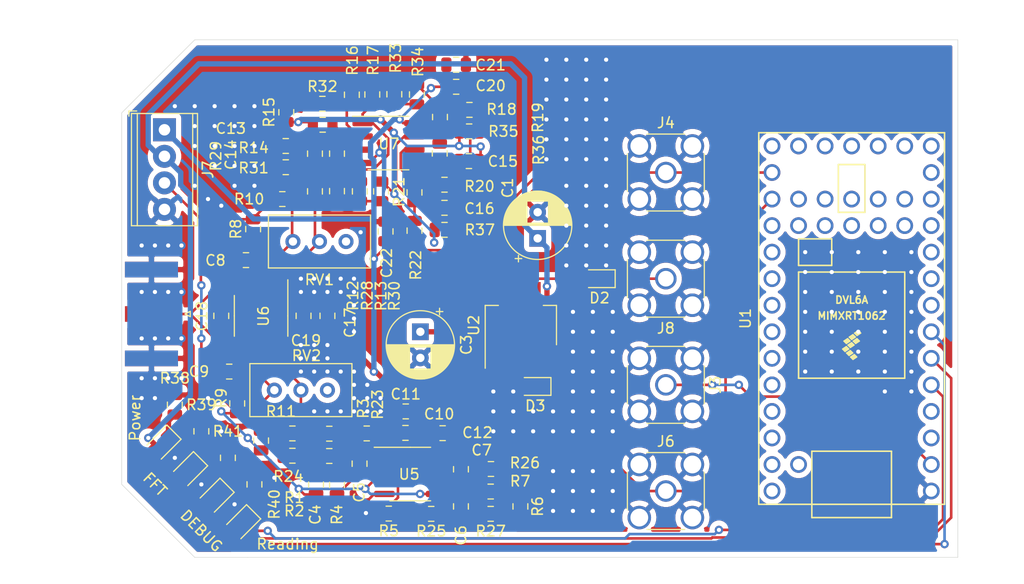
<source format=kicad_pcb>
(kicad_pcb (version 20171130) (host pcbnew 5.1.6-c6e7f7d~86~ubuntu18.04.1)
  (layers (0 F.Cu signal) (31 B.Cu signal) (34 B.Paste user) (35 F.Paste user) (36 B.SilkS user) (37 F.SilkS user) (38 B.Mask user) (39 F.Mask user) (44 Edge.Cuts user))
  (net 0 "")
  (net 1 GND)
  (net 2 +5V)
  (net 3 +3V3)
  (net 4 GND1)
  (net 5 "Net-(C4-Pad1)")
  (net 6 "Net-(C5-Pad2)")
  (net 7 "Net-(C5-Pad1)")
  (net 8 "Net-(C6-Pad1)")
  (net 9 "Net-(C7-Pad2)")
  (net 10 /Signal1)
  (net 11 IF_IN)
  (net 12 "Net-(C8-Pad1)")
  (net 13 "Net-(C9-Pad1)")
  (net 14 Vio)
  (net 15 "Net-(C13-Pad1)")
  (net 16 "Net-(C14-Pad2)")
  (net 17 "Net-(C14-Pad1)")
  (net 18 "Net-(C15-Pad1)")
  (net 19 "Net-(C16-Pad2)")
  (net 20 "Net-(C16-Pad1)")
  (net 21 "Net-(D2-Pad1)")
  (net 22 /DAC)
  (net 23 /Signal)
  (net 24 "Net-(R1-Pad1)")
  (net 25 /PostAMP/SIGNAL_OUT2)
  (net 26 "Net-(R23-Pad1)")
  (net 27 "Net-(R24-Pad2)")
  (net 28 "Net-(R25-Pad2)")
  (net 29 "Net-(R26-Pad1)")
  (net 30 "Net-(R27-Pad1)")
  (net 31 "Net-(R10-Pad1)")
  (net 32 "Net-(R11-Pad1)")
  (net 33 "Net-(R12-Pad2)")
  (net 34 /filter1/SIGNAL_IN)
  (net 35 "Net-(R13-Pad2)")
  (net 36 "Net-(R14-Pad1)")
  (net 37 "Net-(R15-Pad2)")
  (net 38 "Net-(R16-Pad1)")
  (net 39 "Net-(R17-Pad2)")
  (net 40 "Net-(R18-Pad1)")
  (net 41 "Net-(R19-Pad2)")
  (net 42 "Net-(R20-Pad2)")
  (net 43 "Net-(R20-Pad1)")
  (net 44 "Net-(R33-Pad2)")
  (net 45 "Net-(RV1-Pad3)")
  (net 46 "Net-(RV2-Pad3)")
  (net 47 "Net-(U1-Pad44)")
  (net 48 "Net-(U1-Pad43)")
  (net 49 "Net-(U1-Pad42)")
  (net 50 "Net-(U1-Pad41)")
  (net 51 "Net-(U1-Pad40)")
  (net 52 "Net-(U1-Pad39)")
  (net 53 "Net-(U1-Pad38)")
  (net 54 "Net-(U1-Pad37)")
  (net 55 "Net-(U1-Pad36)")
  (net 56 "Net-(U1-Pad35)")
  (net 57 "Net-(U1-Pad3)")
  (net 58 "Net-(U1-Pad4)")
  (net 59 "Net-(U1-Pad8)")
  (net 60 "Net-(U1-Pad9)")
  (net 61 "Net-(U1-Pad10)")
  (net 62 "Net-(U1-Pad11)")
  (net 63 "Net-(U1-Pad12)")
  (net 64 "Net-(U1-Pad13)")
  (net 65 "Net-(U1-Pad34)")
  (net 66 "Net-(U1-Pad33)")
  (net 67 "Net-(U1-Pad32)")
  (net 68 "Net-(U1-Pad31)")
  (net 69 "Net-(U1-Pad30)")
  (net 70 "Net-(U1-Pad29)")
  (net 71 "Net-(U1-Pad28)")
  (net 72 "Net-(U1-Pad27)")
  (net 73 "Net-(U1-Pad26)")
  (net 74 "Net-(U1-Pad25)")
  (net 75 "Net-(U1-Pad24)")
  (net 76 "Net-(U1-Pad23)")
  (net 77 "Net-(U1-Pad14)")
  (net 78 "Net-(U1-Pad15)")
  (net 79 "Net-(U1-Pad16)")
  (net 80 "Net-(U1-Pad20)")
  (net 81 "Net-(U1-Pad19)")
  (net 82 "Net-(U1-Pad18)")
  (net 83 "Net-(U1-Pad17)")
  (net 84 LED1)
  (net 85 LED2)
  (net 86 LED3)
  (net 87 "Net-(DEBUG1-Pad1)")
  (net 88 "Net-(FFT_DONE1-Pad1)")
  (net 89 "Net-(PowerLED1-Pad1)")
  (net 90 "Net-(R40-Pad1)")
  (module Capacitor_SMD:C_0805_2012Metric (layer F.Cu) (at 41.275 127.635 90)
    (fp_text reference R41 (at 2.54 0 180) (layer F.SilkS))
    (fp_text value "2k 1%")
    (pad 2 smd roundrect (at 0.9375 0 90) (size 0.975 1.4) (layers F.Cu F.Paste F.Mask) (net 1 GND))
    (pad 1 smd roundrect (at -0.9375 0 90) (size 0.975 1.4) (layers F.Cu F.Paste F.Mask) (net 87 "Net-(DEBUG1-Pad1)"))
  )
  (module Capacitor_SMD:C_0805_2012Metric (layer F.Cu) (at 43.815 130.175 90)
    (fp_text reference R40 (at -1.905 1.905 90) (layer F.SilkS))
    (fp_text value "2k 1%")
    (pad 2 smd roundrect (at 0.9375 0 90) (size 0.975 1.4) (layers F.Cu F.Paste F.Mask) (net 1 GND))
    (pad 1 smd roundrect (at -0.9375 0 90) (size 0.975 1.4) (layers F.Cu F.Paste F.Mask) (net 90 "Net-(R40-Pad1)"))
  )
  (module Capacitor_SMD:C_0805_2012Metric (layer F.Cu) (at 38.735 125.095 90)
    (fp_text reference R39 (at 2.54 0 180) (layer F.SilkS))
    (fp_text value "2k 1%")
    (pad 2 smd roundrect (at 0.9375 0 90) (size 0.975 1.4) (layers F.Cu F.Paste F.Mask) (net 1 GND))
    (pad 1 smd roundrect (at -0.9375 0 90) (size 0.975 1.4) (layers F.Cu F.Paste F.Mask) (net 88 "Net-(FFT_DONE1-Pad1)"))
  )
  (module Capacitor_SMD:C_0805_2012Metric (layer F.Cu) (at 36.195 122.555 90)
    (fp_text reference R38 (at 2.54 0 180) (layer F.SilkS))
    (fp_text value "2k 1%")
    (pad 2 smd roundrect (at 0.9375 0 90) (size 0.975 1.4) (layers F.Cu F.Paste F.Mask) (net 1 GND))
    (pad 1 smd roundrect (at -0.9375 0 90) (size 0.975 1.4) (layers F.Cu F.Paste F.Mask) (net 89 "Net-(PowerLED1-Pad1)"))
  )
  (module LED_SMD:LED_0805_2012Metric (layer F.Cu) (at 40.005 131.445 225)
    (fp_text reference DEBUG (at 3.14309 -1.347038 135) (layer F.SilkS))
    (fp_text value Yellow)
    (pad 2 smd roundrect (at 0.9375 0 225) (size 0.975 1.4) (layers F.Cu F.Paste F.Mask) (net 84 LED1))
    (pad 1 smd roundrect (at -0.9375 0 225) (size 0.975 1.4) (layers F.Cu F.Paste F.Mask) (net 87 "Net-(DEBUG1-Pad1)"))
  )
  (module LED_SMD:LED_0805_2012Metric (layer F.Cu) (at 42.545 133.985 225)
    (fp_text reference Reading (at -1.796051 -4.490128) (layer F.SilkS))
    (fp_text value BLUE)
    (pad 2 smd roundrect (at 0.9375 0 225) (size 0.975 1.4) (layers F.Cu F.Paste F.Mask) (net 85 LED2))
    (pad 1 smd roundrect (at -0.9375 0 225) (size 0.975 1.4) (layers F.Cu F.Paste F.Mask) (net 90 "Net-(R40-Pad1)"))
  )
  (module LED_SMD:LED_0805_2012Metric (layer F.Cu) (at 37.465 128.905 225)
    (fp_text reference FFT (at 3.14309 1.347038 135) (layer F.SilkS))
    (fp_text value "RED ")
    (pad 2 smd roundrect (at 0.9375 0 225) (size 0.975 1.4) (layers F.Cu F.Paste F.Mask) (net 86 LED3))
    (pad 1 smd roundrect (at -0.9375 0 225) (size 0.975 1.4) (layers F.Cu F.Paste F.Mask) (net 88 "Net-(FFT_DONE1-Pad1)"))
  )
  (module LED_SMD:LED_0805_2012Metric (layer F.Cu) (at 34.925 126.365 225)
    (fp_text reference Power (at 0 3.592102 90) (layer F.SilkS))
    (fp_text value GREEN)
    (pad 2 smd roundrect (at 0.9375 0 225) (size 0.975 1.4) (layers F.Cu F.Paste F.Mask) (net 2 +5V))
    (pad 1 smd roundrect (at -0.9375 0 225) (size 0.975 1.4) (layers F.Cu F.Paste F.Mask) (net 89 "Net-(PowerLED1-Pad1)"))
  )
  (module Capacitor_SMD:C_0805_2012Metric (layer F.Cu) (at 50.3174 93.7514)
    (fp_text reference R32 (at 0 -1.65) (layer F.SilkS))
    (fp_text value "100ohm 1%")
    (pad 2 smd roundrect (at 0.9375 0) (size 0.975 1.4) (layers F.Cu F.Paste F.Mask) (net 38 "Net-(R16-Pad1)"))
    (pad 1 smd roundrect (at -0.9375 0) (size 0.975 1.4) (layers F.Cu F.Paste F.Mask) (net 37 "Net-(R15-Pad2)"))
  )
  (module Package_SO:SOIC-8_3.9x4.9mm_P1.27mm (layer F.Cu) (at 56.642 97.5106)
    (fp_text reference U7 (at 0.0254 0.0762) (layer F.SilkS))
    (fp_text value OPA2156xD)
    (pad 8 smd roundrect (at 2.475 -1.905) (size 1.95 0.6) (layers F.Cu F.Paste F.Mask) (net 14 Vio))
    (pad 7 smd roundrect (at 2.475 -0.635) (size 1.95 0.6) (layers F.Cu F.Paste F.Mask) (net 19 "Net-(C16-Pad2)"))
    (pad 6 smd roundrect (at 2.475 0.635) (size 1.95 0.6) (layers F.Cu F.Paste F.Mask) (net 43 "Net-(R20-Pad1)"))
    (pad 5 smd roundrect (at 2.475 1.905) (size 1.95 0.6) (layers F.Cu F.Paste F.Mask) (net 18 "Net-(C15-Pad1)"))
    (pad 4 smd roundrect (at -2.475 1.905) (size 1.95 0.6) (layers F.Cu F.Paste F.Mask) (net 1 GND))
    (pad 3 smd roundrect (at -2.475 0.635) (size 1.95 0.6) (layers F.Cu F.Paste F.Mask) (net 15 "Net-(C13-Pad1)"))
    (pad 2 smd roundrect (at -2.475 -0.635) (size 1.95 0.6) (layers F.Cu F.Paste F.Mask) (net 38 "Net-(R16-Pad1)"))
    (pad 1 smd roundrect (at -2.475 -1.905) (size 1.95 0.6) (layers F.Cu F.Paste F.Mask) (net 16 "Net-(C14-Pad2)"))
  )
  (module Package_SO:SOIC-8_3.9x4.9mm_P1.27mm (layer F.Cu) (at 44.45 114.046 270)
    (fp_text reference U6 (at 0.0254 -0.2286 90) (layer F.SilkS))
    (fp_text value OPA2156xD)
    (pad 8 smd roundrect (at 2.475 -1.905 270) (size 1.95 0.6) (layers F.Cu F.Paste F.Mask) (net 14 Vio))
    (pad 7 smd roundrect (at 2.475 -0.635 270) (size 1.95 0.6) (layers F.Cu F.Paste F.Mask) (net 25 /PostAMP/SIGNAL_OUT2))
    (pad 6 smd roundrect (at 2.475 0.635 270) (size 1.95 0.6) (layers F.Cu F.Paste F.Mask) (net 32 "Net-(R11-Pad1)"))
    (pad 5 smd roundrect (at 2.475 1.905 270) (size 1.95 0.6) (layers F.Cu F.Paste F.Mask) (net 13 "Net-(C9-Pad1)"))
    (pad 4 smd roundrect (at -2.475 1.905 270) (size 1.95 0.6) (layers F.Cu F.Paste F.Mask) (net 1 GND))
    (pad 3 smd roundrect (at -2.475 0.635 270) (size 1.95 0.6) (layers F.Cu F.Paste F.Mask) (net 12 "Net-(C8-Pad1)"))
    (pad 2 smd roundrect (at -2.475 -0.635 270) (size 1.95 0.6) (layers F.Cu F.Paste F.Mask) (net 31 "Net-(R10-Pad1)"))
    (pad 1 smd roundrect (at -2.475 -1.905 270) (size 1.95 0.6) (layers F.Cu F.Paste F.Mask) (net 34 /filter1/SIGNAL_IN))
  )
  (module Package_SO:SOIC-8_3.9x4.9mm_P1.27mm (layer F.Cu) (at 58.7248 129.1844)
    (fp_text reference U5 (at -0.1016 0.0254) (layer F.SilkS))
    (fp_text value OPA2156xD)
    (pad 8 smd roundrect (at 2.475 -1.905) (size 1.95 0.6) (layers F.Cu F.Paste F.Mask) (net 14 Vio))
    (pad 7 smd roundrect (at 2.475 -0.635) (size 1.95 0.6) (layers F.Cu F.Paste F.Mask) (net 10 /Signal1))
    (pad 6 smd roundrect (at 2.475 0.635) (size 1.95 0.6) (layers F.Cu F.Paste F.Mask) (net 9 "Net-(C7-Pad2)"))
    (pad 5 smd roundrect (at 2.475 1.905) (size 1.95 0.6) (layers F.Cu F.Paste F.Mask) (net 4 GND1))
    (pad 4 smd roundrect (at -2.475 1.905) (size 1.95 0.6) (layers F.Cu F.Paste F.Mask) (net 1 GND))
    (pad 3 smd roundrect (at -2.475 0.635) (size 1.95 0.6) (layers F.Cu F.Paste F.Mask) (net 4 GND1))
    (pad 2 smd roundrect (at -2.475 -0.635) (size 1.95 0.6) (layers F.Cu F.Paste F.Mask) (net 6 "Net-(C5-Pad2)"))
    (pad 1 smd roundrect (at -2.475 -1.905) (size 1.95 0.6) (layers F.Cu F.Paste F.Mask) (net 7 "Net-(C5-Pad1)"))
  )
  (module Package_TO_SOT_SMD:SOT-223-3_TabPin2 (layer F.Cu) (at 69.308 114.958041 90)
    (fp_text reference U2 (at 0 -4.5 90) (layer F.SilkS))
    (fp_text value LM1117-3.3)
    (pad 1 smd rect (at -3.15 -2.3 90) (size 2 1.5) (layers F.Cu F.Paste F.Mask) (net 1 GND))
    (pad 3 smd rect (at -3.15 2.3 90) (size 2 1.5) (layers F.Cu F.Paste F.Mask) (net 2 +5V))
    (pad 2 smd rect (at -3.15 0 90) (size 2 1.5) (layers F.Cu F.Paste F.Mask) (net 3 +3V3))
    (pad 2 smd rect (at 3.15 0 90) (size 2 3.8) (layers F.Cu F.Paste F.Mask) (net 3 +3V3))
  )
  (module teensy:Teensy40 (layer F.Cu) (at 100.965 114.3 90)
    (fp_text reference U1 (at 0 -10.16 90) (layer F.SilkS))
    (fp_text value Teensy4.0)
    (fp_text user DVL6A (at 1.778 0) (layer F.SilkS) (effects (font (size 0.7 0.7))))
    (fp_text user MIMXRT1062 (at 0.254 0) (layer F.SilkS) (effects (font (size 0.7 0.7))))
    (pad 44 thru_hole circle (at 8.89 5.08 90) (size 1.6 1.6) (drill 1.1) (layers *.Cu *.Mask) (net 47 "Net-(U1-Pad44)"))
    (pad 43 thru_hole circle (at 11.43 5.08 90) (size 1.6 1.6) (drill 1.1) (layers *.Cu *.Mask) (net 48 "Net-(U1-Pad43)"))
    (pad 42 thru_hole circle (at 8.89 2.54 90) (size 1.6 1.6) (drill 1.1) (layers *.Cu *.Mask) (net 49 "Net-(U1-Pad42)"))
    (pad 41 thru_hole circle (at 11.43 2.54 90) (size 1.6 1.6) (drill 1.1) (layers *.Cu *.Mask) (net 50 "Net-(U1-Pad41)"))
    (pad 40 thru_hole circle (at 8.89 0 90) (size 1.6 1.6) (drill 1.1) (layers *.Cu *.Mask) (net 51 "Net-(U1-Pad40)"))
    (pad 39 thru_hole circle (at 11.43 0 90) (size 1.6 1.6) (drill 1.1) (layers *.Cu *.Mask) (net 52 "Net-(U1-Pad39)"))
    (pad 38 thru_hole circle (at 8.89 -2.54 90) (size 1.6 1.6) (drill 1.1) (layers *.Cu *.Mask) (net 53 "Net-(U1-Pad38)"))
    (pad 37 thru_hole circle (at 11.43 -2.54 90) (size 1.6 1.6) (drill 1.1) (layers *.Cu *.Mask) (net 54 "Net-(U1-Pad37)"))
    (pad 36 thru_hole circle (at 8.89 -5.08 90) (size 1.6 1.6) (drill 1.1) (layers *.Cu *.Mask) (net 55 "Net-(U1-Pad36)"))
    (pad 35 thru_hole circle (at 11.43 -5.08 90) (size 1.6 1.6) (drill 1.1) (layers *.Cu *.Mask) (net 56 "Net-(U1-Pad35)"))
    (pad 1 thru_hole circle (at -16.51 7.62 90) (size 1.6 1.6) (drill 1.1) (layers *.Cu *.Mask) (net 1 GND))
    (pad 2 thru_hole circle (at -13.97 7.62 90) (size 1.6 1.6) (drill 1.1) (layers *.Cu *.Mask) (net 22 /DAC))
    (pad 3 thru_hole circle (at -11.43 7.62 90) (size 1.6 1.6) (drill 1.1) (layers *.Cu *.Mask) (net 57 "Net-(U1-Pad3)"))
    (pad 4 thru_hole circle (at -8.89 7.62 90) (size 1.6 1.6) (drill 1.1) (layers *.Cu *.Mask) (net 58 "Net-(U1-Pad4)"))
    (pad 5 thru_hole circle (at -6.35 7.62 90) (size 1.6 1.6) (drill 1.1) (layers *.Cu *.Mask) (net 84 LED1))
    (pad 6 thru_hole circle (at -3.81 7.62 90) (size 1.6 1.6) (drill 1.1) (layers *.Cu *.Mask) (net 85 LED2))
    (pad 7 thru_hole circle (at -1.27 7.62 90) (size 1.6 1.6) (drill 1.1) (layers *.Cu *.Mask) (net 86 LED3))
    (pad 8 thru_hole circle (at 1.27 7.62 90) (size 1.6 1.6) (drill 1.1) (layers *.Cu *.Mask) (net 59 "Net-(U1-Pad8)"))
    (pad 9 thru_hole circle (at 3.81 7.62 90) (size 1.6 1.6) (drill 1.1) (layers *.Cu *.Mask) (net 60 "Net-(U1-Pad9)"))
    (pad 10 thru_hole circle (at 6.35 7.62 90) (size 1.6 1.6) (drill 1.1) (layers *.Cu *.Mask) (net 61 "Net-(U1-Pad10)"))
    (pad 11 thru_hole circle (at 8.89 7.62 90) (size 1.6 1.6) (drill 1.1) (layers *.Cu *.Mask) (net 62 "Net-(U1-Pad11)"))
    (pad 12 thru_hole circle (at 11.43 7.62 90) (size 1.6 1.6) (drill 1.1) (layers *.Cu *.Mask) (net 63 "Net-(U1-Pad12)"))
    (pad 13 thru_hole circle (at 13.97 7.62 90) (size 1.6 1.6) (drill 1.1) (layers *.Cu *.Mask) (net 64 "Net-(U1-Pad13)"))
    (pad 34 thru_hole circle (at -13.97 -5.08 90) (size 1.6 1.6) (drill 1.1) (layers *.Cu *.Mask) (net 65 "Net-(U1-Pad34)"))
    (pad 33 thru_hole circle (at -16.51 -7.62 90) (size 1.6 1.6) (drill 1.1) (layers *.Cu *.Mask) (net 66 "Net-(U1-Pad33)"))
    (pad 32 thru_hole circle (at -13.97 -7.62 90) (size 1.6 1.6) (drill 1.1) (layers *.Cu *.Mask) (net 67 "Net-(U1-Pad32)"))
    (pad 31 thru_hole circle (at -11.43 -7.62 90) (size 1.6 1.6) (drill 1.1) (layers *.Cu *.Mask) (net 68 "Net-(U1-Pad31)"))
    (pad 30 thru_hole circle (at -8.89 -7.62 90) (size 1.6 1.6) (drill 1.1) (layers *.Cu *.Mask) (net 69 "Net-(U1-Pad30)"))
    (pad 29 thru_hole circle (at -6.35 -7.62 90) (size 1.6 1.6) (drill 1.1) (layers *.Cu *.Mask) (net 70 "Net-(U1-Pad29)"))
    (pad 28 thru_hole circle (at -3.81 -7.62 90) (size 1.6 1.6) (drill 1.1) (layers *.Cu *.Mask) (net 71 "Net-(U1-Pad28)"))
    (pad 27 thru_hole circle (at -1.27 -7.62 90) (size 1.6 1.6) (drill 1.1) (layers *.Cu *.Mask) (net 72 "Net-(U1-Pad27)"))
    (pad 26 thru_hole circle (at 1.27 -7.62 90) (size 1.6 1.6) (drill 1.1) (layers *.Cu *.Mask) (net 73 "Net-(U1-Pad26)"))
    (pad 25 thru_hole circle (at 3.81 -7.62 90) (size 1.6 1.6) (drill 1.1) (layers *.Cu *.Mask) (net 74 "Net-(U1-Pad25)"))
    (pad 24 thru_hole circle (at 6.35 -7.62 90) (size 1.6 1.6) (drill 1.1) (layers *.Cu *.Mask) (net 75 "Net-(U1-Pad24)"))
    (pad 23 thru_hole circle (at 8.89 -7.62 90) (size 1.6 1.6) (drill 1.1) (layers *.Cu *.Mask) (net 76 "Net-(U1-Pad23)"))
    (pad 22 thru_hole circle (at 11.43 -7.62 90) (size 1.6 1.6) (drill 1.1) (layers *.Cu *.Mask) (net 10 /Signal1))
    (pad 21 thru_hole circle (at 13.97 -7.62 90) (size 1.6 1.6) (drill 1.1) (layers *.Cu *.Mask) (net 23 /Signal))
    (pad 14 thru_hole circle (at 16.51 7.62 90) (size 1.6 1.6) (drill 1.1) (layers *.Cu *.Mask) (net 77 "Net-(U1-Pad14)"))
    (pad 15 thru_hole circle (at 16.51 5.08 90) (size 1.6 1.6) (drill 1.1) (layers *.Cu *.Mask) (net 78 "Net-(U1-Pad15)"))
    (pad 16 thru_hole circle (at 16.51 2.54 90) (size 1.6 1.6) (drill 1.1) (layers *.Cu *.Mask) (net 79 "Net-(U1-Pad16)"))
    (pad 20 thru_hole circle (at 16.51 -7.62 90) (size 1.6 1.6) (drill 1.1) (layers *.Cu *.Mask) (net 80 "Net-(U1-Pad20)"))
    (pad 19 thru_hole circle (at 16.51 -5.08 90) (size 1.6 1.6) (drill 1.1) (layers *.Cu *.Mask) (net 81 "Net-(U1-Pad19)"))
    (pad 18 thru_hole circle (at 16.51 -2.54 90) (size 1.6 1.6) (drill 1.1) (layers *.Cu *.Mask) (net 82 "Net-(U1-Pad18)"))
    (pad 17 thru_hole circle (at 16.51 0 90) (size 1.6 1.6) (drill 1.1) (layers *.Cu *.Mask) (net 83 "Net-(U1-Pad17)"))
  )
  (module Potentiometer_THT:Potentiometer_Bourns_3296W_Vertical (layer F.Cu) (at 45.72 121.158 180)
    (fp_text reference RV2 (at -3.0734 3.302) (layer F.SilkS))
    (fp_text value R_POT)
    (pad 3 thru_hole circle (at -5.08 0 180) (size 1.44 1.44) (drill 0.8) (layers *.Cu *.Mask) (net 46 "Net-(RV2-Pad3)"))
    (pad 2 thru_hole circle (at -2.54 0 180) (size 1.44 1.44) (drill 0.8) (layers *.Cu *.Mask) (net 25 /PostAMP/SIGNAL_OUT2))
    (pad 1 thru_hole circle (at 0 0 180) (size 1.44 1.44) (drill 0.8) (layers *.Cu *.Mask) (net 32 "Net-(R11-Pad1)"))
  )
  (module Potentiometer_THT:Potentiometer_Bourns_3296W_Vertical (layer F.Cu) (at 47.498 106.934 180)
    (fp_text reference RV1 (at -2.54 -3.66) (layer F.SilkS))
    (fp_text value R_POT)
    (pad 3 thru_hole circle (at -5.08 0 180) (size 1.44 1.44) (drill 0.8) (layers *.Cu *.Mask) (net 45 "Net-(RV1-Pad3)"))
    (pad 2 thru_hole circle (at -2.54 0 180) (size 1.44 1.44) (drill 0.8) (layers *.Cu *.Mask) (net 34 /filter1/SIGNAL_IN))
    (pad 1 thru_hole circle (at 0 0 180) (size 1.44 1.44) (drill 0.8) (layers *.Cu *.Mask) (net 31 "Net-(R10-Pad1)"))
  )
  (module Capacitor_SMD:C_0805_2012Metric (layer F.Cu) (at 62.0037 105.8164 180)
    (fp_text reference R37 (at -3.3759 0) (layer F.SilkS))
    (fp_text value "620ohm 1%")
    (pad 2 smd roundrect (at 0.9375 0 180) (size 0.975 1.4) (layers F.Cu F.Paste F.Mask) (net 4 GND1))
    (pad 1 smd roundrect (at -0.9375 0 180) (size 0.975 1.4) (layers F.Cu F.Paste F.Mask) (net 42 "Net-(R20-Pad2)"))
  )
  (module Capacitor_SMD:C_0805_2012Metric (layer F.Cu) (at 61.5442 98.5012 270)
    (fp_text reference R36 (at -0.3302 -9.4742 90) (layer F.SilkS))
    (fp_text value "220ohm 1%")
    (pad 2 smd roundrect (at 0.9375 0 270) (size 0.975 1.4) (layers F.Cu F.Paste F.Mask) (net 18 "Net-(C15-Pad1)"))
    (pad 1 smd roundrect (at -0.9375 0 270) (size 0.975 1.4) (layers F.Cu F.Paste F.Mask) (net 41 "Net-(R19-Pad2)"))
  )
  (module Capacitor_SMD:C_0805_2012Metric (layer F.Cu) (at 64.3613 96.393)
    (fp_text reference R35 (at 3.2789 0) (layer F.SilkS))
    (fp_text value "1k 1%")
    (pad 2 smd roundrect (at 0.9375 0) (size 0.975 1.4) (layers F.Cu F.Paste F.Mask) (net 40 "Net-(R18-Pad1)"))
    (pad 1 smd roundrect (at -0.9375 0) (size 0.975 1.4) (layers F.Cu F.Paste F.Mask) (net 4 GND1))
  )
  (module Capacitor_SMD:C_0805_2012Metric (layer F.Cu) (at 59.3598 92.8624 270)
    (fp_text reference R34 (at -3.1242 -0.1016 90) (layer F.SilkS))
    (fp_text value "100ohm 1%")
    (pad 2 smd roundrect (at 0.9375 0 270) (size 0.975 1.4) (layers F.Cu F.Paste F.Mask) (net 44 "Net-(R33-Pad2)"))
    (pad 1 smd roundrect (at -0.9375 0 270) (size 0.975 1.4) (layers F.Cu F.Paste F.Mask) (net 20 "Net-(C16-Pad1)"))
  )
  (module Capacitor_SMD:C_0805_2012Metric (layer F.Cu) (at 57.2008 92.8393 270)
    (fp_text reference R33 (at -3.4567 -0.127 90) (layer F.SilkS))
    (fp_text value "1.3k 1%")
    (pad 2 smd roundrect (at 0.9375 0 270) (size 0.975 1.4) (layers F.Cu F.Paste F.Mask) (net 44 "Net-(R33-Pad2)"))
    (pad 1 smd roundrect (at -0.9375 0 270) (size 0.975 1.4) (layers F.Cu F.Paste F.Mask) (net 39 "Net-(R17-Pad2)"))
  )
  (module Capacitor_SMD:C_0805_2012Metric (layer F.Cu) (at 46.8122 99.822 180)
    (fp_text reference R31 (at 3.0734 -0.0762) (layer F.SilkS))
    (fp_text value "910ohm 1%")
    (pad 2 smd roundrect (at 0.9375 0 180) (size 0.975 1.4) (layers F.Cu F.Paste F.Mask) (net 36 "Net-(R14-Pad1)"))
    (pad 1 smd roundrect (at -0.9375 0 180) (size 0.975 1.4) (layers F.Cu F.Paste F.Mask) (net 15 "Net-(C13-Pad1)"))
  )
  (module Capacitor_SMD:C_0805_2012Metric (layer F.Cu) (at 55.9308 102.1357 90)
    (fp_text reference R30 (at -10.0053 1.27 90) (layer F.SilkS))
    (fp_text value "2k 1%")
    (pad 2 smd roundrect (at 0.9375 0 90) (size 0.975 1.4) (layers F.Cu F.Paste F.Mask) (net 4 GND1))
    (pad 1 smd roundrect (at -0.9375 0 90) (size 0.975 1.4) (layers F.Cu F.Paste F.Mask) (net 35 "Net-(R13-Pad2)"))
  )
  (module Capacitor_SMD:C_0805_2012Metric (layer F.Cu) (at 49.6062 98.5266 90)
    (fp_text reference R29 (at -0.2286 -9.4742 90) (layer F.SilkS))
    (fp_text value "450ohm 1%")
    (pad 2 smd roundrect (at 0.9375 0 90) (size 0.975 1.4) (layers F.Cu F.Paste F.Mask) (net 17 "Net-(C14-Pad1)"))
    (pad 1 smd roundrect (at -0.9375 0 90) (size 0.975 1.4) (layers F.Cu F.Paste F.Mask) (net 33 "Net-(R12-Pad2)"))
  )
  (module Capacitor_SMD:C_0805_2012Metric (layer F.Cu) (at 51.7144 102.1103 270)
    (fp_text reference R28 (at 10.0053 -2.8956 90) (layer F.SilkS))
    (fp_text value "16k 1%")
    (pad 2 smd roundrect (at 0.9375 0 270) (size 0.975 1.4) (layers F.Cu F.Paste F.Mask) (net 34 /filter1/SIGNAL_IN))
    (pad 1 smd roundrect (at -0.9375 0 270) (size 0.975 1.4) (layers F.Cu F.Paste F.Mask) (net 33 "Net-(R12-Pad2)"))
  )
  (module Capacitor_SMD:C_0805_2012Metric (layer F.Cu) (at 66.421 132.9944 180)
    (fp_text reference R27 (at 0 -1.65) (layer F.SilkS))
    (fp_text value "820ohm 1%")
    (pad 2 smd roundrect (at 0.9375 0 180) (size 0.975 1.4) (layers F.Cu F.Paste F.Mask) (net 8 "Net-(C6-Pad1)"))
    (pad 1 smd roundrect (at -0.9375 0 180) (size 0.975 1.4) (layers F.Cu F.Paste F.Mask) (net 30 "Net-(R27-Pad1)"))
  )
  (module Capacitor_SMD:C_0805_2012Metric (layer F.Cu) (at 66.4464 128.7018 180)
    (fp_text reference R26 (at -3.2512 0.5842) (layer F.SilkS))
    (fp_text value "2k 1%")
    (pad 2 smd roundrect (at 0.9375 0 180) (size 0.975 1.4) (layers F.Cu F.Paste F.Mask) (net 10 /Signal1))
    (pad 1 smd roundrect (at -0.9375 0 180) (size 0.975 1.4) (layers F.Cu F.Paste F.Mask) (net 29 "Net-(R26-Pad1)"))
  )
  (module Capacitor_SMD:C_0805_2012Metric (layer F.Cu) (at 60.7314 132.9944 180)
    (fp_text reference R25 (at 0 -1.65) (layer F.SilkS))
    (fp_text value "2k 1%")
    (pad 2 smd roundrect (at 0.9375 0 180) (size 0.975 1.4) (layers F.Cu F.Paste F.Mask) (net 28 "Net-(R25-Pad2)"))
    (pad 1 smd roundrect (at -0.9375 0 180) (size 0.975 1.4) (layers F.Cu F.Paste F.Mask) (net 8 "Net-(C6-Pad1)"))
  )
  (module Capacitor_SMD:C_0805_2012Metric (layer F.Cu) (at 50.9755 127.4572)
    (fp_text reference R24 (at -3.9093 1.9558) (layer F.SilkS))
    (fp_text value "430ohm 1%")
    (pad 2 smd roundrect (at 0.9375 0) (size 0.975 1.4) (layers F.Cu F.Paste F.Mask) (net 27 "Net-(R24-Pad2)"))
    (pad 1 smd roundrect (at -0.9375 0) (size 0.975 1.4) (layers F.Cu F.Paste F.Mask) (net 5 "Net-(C4-Pad1)"))
  )
  (module Capacitor_SMD:C_0805_2012Metric (layer F.Cu) (at 54.5592 125.2982)
    (fp_text reference R23 (at 1.0414 -2.7686 90) (layer F.SilkS))
    (fp_text value "680ohm 1%")
    (pad 2 smd roundrect (at 0.9375 0) (size 0.975 1.4) (layers F.Cu F.Paste F.Mask) (net 7 "Net-(C5-Pad1)"))
    (pad 1 smd roundrect (at -0.9375 0) (size 0.975 1.4) (layers F.Cu F.Paste F.Mask) (net 26 "Net-(R23-Pad1)"))
  )
  (module Capacitor_SMD:C_0805_2012Metric (layer F.Cu) (at 59.1312 105.8926 270)
    (fp_text reference R22 (at 3.302 -0.127 90) (layer F.SilkS))
    (fp_text value 47k)
    (pad 2 smd roundrect (at 0.9375 0 270) (size 0.975 1.4) (layers F.Cu F.Paste F.Mask) (net 23 /Signal))
    (pad 1 smd roundrect (at -0.9375 0 270) (size 0.975 1.4) (layers F.Cu F.Paste F.Mask) (net 19 "Net-(C16-Pad2)"))
  )
  (module Capacitor_SMD:C_0805_2012Metric (layer F.Cu) (at 59.1312 102.235 90)
    (fp_text reference R21 (at 0.0508 -1.4732 90) (layer F.SilkS))
    (fp_text value "1k 1%")
    (pad 2 smd roundrect (at 0.9375 0 90) (size 0.975 1.4) (layers F.Cu F.Paste F.Mask) (net 43 "Net-(R20-Pad1)"))
    (pad 1 smd roundrect (at -0.9375 0 90) (size 0.975 1.4) (layers F.Cu F.Paste F.Mask) (net 19 "Net-(C16-Pad2)"))
  )
  (module Capacitor_SMD:C_0805_2012Metric (layer F.Cu) (at 62.0014 101.4984)
    (fp_text reference R20 (at 3.3528 0.1524) (layer F.SilkS))
    (fp_text value "1k 1%")
    (pad 2 smd roundrect (at 0.9375 0) (size 0.975 1.4) (layers F.Cu F.Paste F.Mask) (net 42 "Net-(R20-Pad2)"))
    (pad 1 smd roundrect (at -0.9375 0) (size 0.975 1.4) (layers F.Cu F.Paste F.Mask) (net 43 "Net-(R20-Pad1)"))
  )
  (module Capacitor_SMD:C_0805_2012Metric (layer F.Cu) (at 61.5696 95.0214 270)
    (fp_text reference R19 (at 0.0508 -9.3726 90) (layer F.SilkS))
    (fp_text value "3.9k 1%")
    (pad 2 smd roundrect (at 0.9375 0 270) (size 0.975 1.4) (layers F.Cu F.Paste F.Mask) (net 41 "Net-(R19-Pad2)"))
    (pad 1 smd roundrect (at -0.9375 0 270) (size 0.975 1.4) (layers F.Cu F.Paste F.Mask) (net 20 "Net-(C16-Pad1)"))
  )
  (module Capacitor_SMD:C_0805_2012Metric (layer F.Cu) (at 64.389 94.3356 180)
    (fp_text reference R18 (at -3.0734 0.0508) (layer F.SilkS))
    (fp_text value "27k 1%")
    (pad 2 smd roundrect (at 0.9375 0 180) (size 0.975 1.4) (layers F.Cu F.Paste F.Mask) (net 20 "Net-(C16-Pad1)"))
    (pad 1 smd roundrect (at -0.9375 0 180) (size 0.975 1.4) (layers F.Cu F.Paste F.Mask) (net 40 "Net-(R18-Pad1)"))
  )
  (module Capacitor_SMD:C_0805_2012Metric (layer F.Cu) (at 55.0926 92.8624 90)
    (fp_text reference R17 (at 3.2512 0.0762 90) (layer F.SilkS))
    (fp_text value "16k 1%")
    (pad 2 smd roundrect (at 0.9375 0 90) (size 0.975 1.4) (layers F.Cu F.Paste F.Mask) (net 39 "Net-(R17-Pad2)"))
    (pad 1 smd roundrect (at -0.9375 0 90) (size 0.975 1.4) (layers F.Cu F.Paste F.Mask) (net 16 "Net-(C14-Pad2)"))
  )
  (module Capacitor_SMD:C_0805_2012Metric (layer F.Cu) (at 53.1368 92.8878 90)
    (fp_text reference R16 (at 3.2766 0.0508 90) (layer F.SilkS))
    (fp_text value "1k 1%")
    (pad 2 smd roundrect (at 0.9375 0 90) (size 0.975 1.4) (layers F.Cu F.Paste F.Mask) (net 16 "Net-(C14-Pad2)"))
    (pad 1 smd roundrect (at -0.9375 0 90) (size 0.975 1.4) (layers F.Cu F.Paste F.Mask) (net 38 "Net-(R16-Pad1)"))
  )
  (module Capacitor_SMD:C_0805_2012Metric (layer F.Cu) (at 46.863 94.5642 90)
    (fp_text reference R15 (at 0 -1.65 90) (layer F.SilkS))
    (fp_text value "12k 1%")
    (pad 2 smd roundrect (at 0.9375 0 90) (size 0.975 1.4) (layers F.Cu F.Paste F.Mask) (net 37 "Net-(R15-Pad2)"))
    (pad 1 smd roundrect (at -0.9375 0 90) (size 0.975 1.4) (layers F.Cu F.Paste F.Mask) (net 4 GND1))
  )
  (module Capacitor_SMD:C_0805_2012Metric (layer F.Cu) (at 46.8099 97.79)
    (fp_text reference R14 (at -3.0711 0.1778) (layer F.SilkS))
    (fp_text value "6.2k 1%")
    (pad 2 smd roundrect (at 0.9375 0) (size 0.975 1.4) (layers F.Cu F.Paste F.Mask) (net 17 "Net-(C14-Pad1)"))
    (pad 1 smd roundrect (at -0.9375 0) (size 0.975 1.4) (layers F.Cu F.Paste F.Mask) (net 36 "Net-(R14-Pad1)"))
  )
  (module Capacitor_SMD:C_0805_2012Metric (layer F.Cu) (at 53.8988 102.1334 270)
    (fp_text reference R13 (at 10.0076 -2.032 90) (layer F.SilkS))
    (fp_text value "100k 1%")
    (pad 2 smd roundrect (at 0.9375 0 270) (size 0.975 1.4) (layers F.Cu F.Paste F.Mask) (net 35 "Net-(R13-Pad2)"))
    (pad 1 smd roundrect (at -0.9375 0 270) (size 0.975 1.4) (layers F.Cu F.Paste F.Mask) (net 17 "Net-(C14-Pad1)"))
  )
  (module Capacitor_SMD:C_0805_2012Metric (layer F.Cu) (at 49.6062 102.1334 90)
    (fp_text reference R12 (at -9.9822 3.6322 90) (layer F.SilkS))
    (fp_text value "16k 1%")
    (pad 2 smd roundrect (at 0.9375 0 90) (size 0.975 1.4) (layers F.Cu F.Paste F.Mask) (net 33 "Net-(R12-Pad2)"))
    (pad 1 smd roundrect (at -0.9375 0 90) (size 0.975 1.4) (layers F.Cu F.Paste F.Mask) (net 34 /filter1/SIGNAL_IN))
  )
  (module Capacitor_SMD:C_0805_2012Metric (layer F.Cu) (at 44.45 125.984 270)
    (fp_text reference R11 (at -2.794 -1.905 180) (layer F.SilkS))
    (fp_text value 220)
    (pad 2 smd roundrect (at 0.9375 0 270) (size 0.975 1.4) (layers F.Cu F.Paste F.Mask) (net 4 GND1))
    (pad 1 smd roundrect (at -0.9375 0 270) (size 0.975 1.4) (layers F.Cu F.Paste F.Mask) (net 32 "Net-(R11-Pad1)"))
  )
  (module Capacitor_SMD:C_0805_2012Metric (layer F.Cu) (at 46.482 102.87 180)
    (fp_text reference R10 (at 3.175 0) (layer F.SilkS))
    (fp_text value 220)
    (pad 2 smd roundrect (at 0.9375 0 180) (size 0.975 1.4) (layers F.Cu F.Paste F.Mask) (net 4 GND1))
    (pad 1 smd roundrect (at -0.9375 0 180) (size 0.975 1.4) (layers F.Cu F.Paste F.Mask) (net 31 "Net-(R10-Pad1)"))
  )
  (module Capacitor_SMD:C_0805_2012Metric (layer F.Cu) (at 42.164 122.428 270)
    (fp_text reference R9 (at -0.508 1.524 90) (layer F.SilkS))
    (fp_text value 10k)
    (pad 2 smd roundrect (at 0.9375 0 270) (size 0.975 1.4) (layers F.Cu F.Paste F.Mask) (net 4 GND1))
    (pad 1 smd roundrect (at -0.9375 0 270) (size 0.975 1.4) (layers F.Cu F.Paste F.Mask) (net 13 "Net-(C9-Pad1)"))
  )
  (module Capacitor_SMD:C_0805_2012Metric (layer F.Cu) (at 43.688 105.7425 90)
    (fp_text reference R8 (at 0 -1.65 90) (layer F.SilkS))
    (fp_text value 10k)
    (pad 2 smd roundrect (at 0.9375 0 90) (size 0.975 1.4) (layers F.Cu F.Paste F.Mask) (net 4 GND1))
    (pad 1 smd roundrect (at -0.9375 0 90) (size 0.975 1.4) (layers F.Cu F.Paste F.Mask) (net 12 "Net-(C8-Pad1)"))
  )
  (module Capacitor_SMD:C_0805_2012Metric (layer F.Cu) (at 66.421 130.8608)
    (fp_text reference R7 (at 2.8194 -0.9906) (layer F.SilkS))
    (fp_text value "12k 1%")
    (pad 2 smd roundrect (at 0.9375 0) (size 0.975 1.4) (layers F.Cu F.Paste F.Mask) (net 30 "Net-(R27-Pad1)"))
    (pad 1 smd roundrect (at -0.9375 0) (size 0.975 1.4) (layers F.Cu F.Paste F.Mask) (net 9 "Net-(C7-Pad2)"))
  )
  (module Capacitor_SMD:C_0805_2012Metric (layer F.Cu) (at 69.2658 132.2832 270)
    (fp_text reference R6 (at 0 -1.65 90) (layer F.SilkS))
    (fp_text value "13k 1%")
    (pad 2 smd roundrect (at 0.9375 0 270) (size 0.975 1.4) (layers F.Cu F.Paste F.Mask) (net 8 "Net-(C6-Pad1)"))
    (pad 1 smd roundrect (at -0.9375 0 270) (size 0.975 1.4) (layers F.Cu F.Paste F.Mask) (net 29 "Net-(R26-Pad1)"))
  )
  (module Capacitor_SMD:C_0805_2012Metric (layer F.Cu) (at 56.6674 132.969 180)
    (fp_text reference R5 (at 0 -1.65) (layer F.SilkS))
    (fp_text value "13k 1%")
    (pad 2 smd roundrect (at 0.9375 0 180) (size 0.975 1.4) (layers F.Cu F.Paste F.Mask) (net 7 "Net-(C5-Pad1)"))
    (pad 1 smd roundrect (at -0.9375 0 180) (size 0.975 1.4) (layers F.Cu F.Paste F.Mask) (net 28 "Net-(R25-Pad2)"))
  )
  (module Capacitor_SMD:C_0805_2012Metric (layer F.Cu) (at 51.7144 130.2258 270)
    (fp_text reference R4 (at 2.8448 0 90) (layer F.SilkS))
    (fp_text value "16k 1%")
    (pad 2 smd roundrect (at 0.9375 0 270) (size 0.975 1.4) (layers F.Cu F.Paste F.Mask) (net 6 "Net-(C5-Pad2)"))
    (pad 1 smd roundrect (at -0.9375 0 270) (size 0.975 1.4) (layers F.Cu F.Paste F.Mask) (net 27 "Net-(R24-Pad2)"))
  )
  (module Capacitor_SMD:C_0805_2012Metric (layer F.Cu) (at 50.9778 125.3236)
    (fp_text reference R3 (at 3.2512 -2.413 90) (layer F.SilkS))
    (fp_text value "11k 1%")
    (pad 2 smd roundrect (at 0.9375 0) (size 0.975 1.4) (layers F.Cu F.Paste F.Mask) (net 26 "Net-(R23-Pad1)"))
    (pad 1 smd roundrect (at -0.9375 0) (size 0.975 1.4) (layers F.Cu F.Paste F.Mask) (net 5 "Net-(C4-Pad1)"))
  )
  (module Capacitor_SMD:C_0805_2012Metric (layer F.Cu) (at 47.4472 125.2982 180)
    (fp_text reference R2 (at -0.1778 -7.4168) (layer F.SilkS))
    (fp_text value "11k 1%")
    (pad 2 smd roundrect (at 0.9375 0 180) (size 0.975 1.4) (layers F.Cu F.Paste F.Mask) (net 24 "Net-(R1-Pad1)"))
    (pad 1 smd roundrect (at -0.9375 0 180) (size 0.975 1.4) (layers F.Cu F.Paste F.Mask) (net 25 /PostAMP/SIGNAL_OUT2))
  )
  (module Capacitor_SMD:C_0805_2012Metric (layer F.Cu) (at 47.4472 127.4318)
    (fp_text reference R1 (at 0.1778 4.0132) (layer F.SilkS))
    (fp_text value "680ohm 1%")
    (pad 2 smd roundrect (at 0.9375 0) (size 0.975 1.4) (layers F.Cu F.Paste F.Mask) (net 5 "Net-(C4-Pad1)"))
    (pad 1 smd roundrect (at -0.9375 0) (size 0.975 1.4) (layers F.Cu F.Paste F.Mask) (net 24 "Net-(R1-Pad1)"))
  )
  (module Connector_Coaxial:SMA_Wurth_60312002114503_Vertical (layer F.Cu) (at 83.185 110.49 180)
    (fp_text reference J8 (at 0 -4.75) (layer F.SilkS))
    (fp_text value Conn_Coaxial)
    (pad 2 thru_hole circle (at -2.54 2.54 180) (size 2.25 2.25) (drill 1.7) (layers *.Cu *.Mask) (net 1 GND))
    (pad 2 thru_hole circle (at -2.54 -2.54 180) (size 2.25 2.25) (drill 1.7) (layers *.Cu *.Mask) (net 1 GND))
    (pad 2 thru_hole circle (at 2.54 -2.54 180) (size 2.25 2.25) (drill 1.7) (layers *.Cu *.Mask) (net 1 GND))
    (pad 2 thru_hole circle (at 2.54 2.54 180) (size 2.25 2.25) (drill 1.7) (layers *.Cu *.Mask) (net 1 GND))
    (pad 1 thru_hole circle (at 0 0 180) (size 2.05 2.05) (drill 1.5) (layers *.Cu *.Mask) (net 21 "Net-(D2-Pad1)"))
  )
  (module TerminalBlock_Phoenix:TerminalBlock_Phoenix_MPT-0,5-4-2.54_1x04_P2.54mm_Horizontal (layer F.Cu) (at 35.2044 96.2406 270)
    (fp_text reference J7 (at 3.81 -4.16 90) (layer F.SilkS))
    (fp_text value Conn_01x04)
    (pad 4 thru_hole circle (at 7.62 0 270) (size 2.2 2.2) (drill 1.1) (layers *.Cu *.Mask) (net 1 GND))
    (pad 3 thru_hole circle (at 5.08 0 270) (size 2.2 2.2) (drill 1.1) (layers *.Cu *.Mask) (net 4 GND1))
    (pad 2 thru_hole circle (at 2.54 0 270) (size 2.2 2.2) (drill 1.1) (layers *.Cu *.Mask) (net 2 +5V))
    (pad 1 thru_hole rect (at 0 0 270) (size 2.2 2.2) (drill 1.1) (layers *.Cu *.Mask) (net 14 Vio))
  )
  (module Connector_Coaxial:SMA_Wurth_60312002114503_Vertical (layer F.Cu) (at 83.185 130.81)
    (fp_text reference J6 (at 0 -4.75) (layer F.SilkS))
    (fp_text value Conn_Coaxial)
    (pad 2 thru_hole circle (at -2.54 2.54) (size 2.25 2.25) (drill 1.7) (layers *.Cu *.Mask) (net 1 GND))
    (pad 2 thru_hole circle (at -2.54 -2.54) (size 2.25 2.25) (drill 1.7) (layers *.Cu *.Mask) (net 1 GND))
    (pad 2 thru_hole circle (at 2.54 -2.54) (size 2.25 2.25) (drill 1.7) (layers *.Cu *.Mask) (net 1 GND))
    (pad 2 thru_hole circle (at 2.54 2.54) (size 2.25 2.25) (drill 1.7) (layers *.Cu *.Mask) (net 1 GND))
    (pad 1 thru_hole circle (at 0 0) (size 2.05 2.05) (drill 1.5) (layers *.Cu *.Mask) (net 10 /Signal1))
  )
  (module Connector_Coaxial:SMA_Wurth_60312002114503_Vertical (layer F.Cu) (at 83.185 100.33)
    (fp_text reference J4 (at 0 -4.75) (layer F.SilkS))
    (fp_text value Conn_Coaxial)
    (pad 2 thru_hole circle (at -2.54 2.54) (size 2.25 2.25) (drill 1.7) (layers *.Cu *.Mask) (net 1 GND))
    (pad 2 thru_hole circle (at -2.54 -2.54) (size 2.25 2.25) (drill 1.7) (layers *.Cu *.Mask) (net 1 GND))
    (pad 2 thru_hole circle (at 2.54 -2.54) (size 2.25 2.25) (drill 1.7) (layers *.Cu *.Mask) (net 1 GND))
    (pad 2 thru_hole circle (at 2.54 2.54) (size 2.25 2.25) (drill 1.7) (layers *.Cu *.Mask) (net 1 GND))
    (pad 1 thru_hole circle (at 0 0) (size 2.05 2.05) (drill 1.5) (layers *.Cu *.Mask) (net 23 /Signal))
  )
  (module Connector_Coaxial:SMA_Wurth_60312002114503_Vertical (layer F.Cu) (at 83.185 120.65 270)
    (fp_text reference J3 (at 0 -4.75 90) (layer F.SilkS))
    (fp_text value Conn_Coaxial)
    (pad 2 thru_hole circle (at -2.54 2.54 270) (size 2.25 2.25) (drill 1.7) (layers *.Cu *.Mask) (net 1 GND))
    (pad 2 thru_hole circle (at -2.54 -2.54 270) (size 2.25 2.25) (drill 1.7) (layers *.Cu *.Mask) (net 1 GND))
    (pad 2 thru_hole circle (at 2.54 -2.54 270) (size 2.25 2.25) (drill 1.7) (layers *.Cu *.Mask) (net 1 GND))
    (pad 2 thru_hole circle (at 2.54 2.54 270) (size 2.25 2.25) (drill 1.7) (layers *.Cu *.Mask) (net 1 GND))
    (pad 1 thru_hole circle (at 0 0 270) (size 2.05 2.05) (drill 1.5) (layers *.Cu *.Mask) (net 22 /DAC))
  )
  (module Connector_Coaxial:SMA_Amphenol_132289_EdgeMount (layer F.Cu) (at 33.9598 113.8682 180)
    (fp_text reference J2 hide)
    (fp_text value Conn_Coaxial)
    (pad 1 smd rect (at 0 0 270) (size 1.5 5.08) (layers F.Cu F.Paste F.Mask) (net 11 IF_IN))
    (pad 2 smd rect (at 0 -4.25 270) (size 1.5 5.08) (layers F.Cu F.Paste F.Mask) (net 1 GND))
    (pad 2 smd rect (at 0 4.25 270) (size 1.5 5.08) (layers F.Cu F.Paste F.Mask) (net 1 GND))
    (pad 2 smd rect (at 0 -4.25 270) (size 1.5 5.08) (layers B.Cu B.Paste B.Mask) (net 1 GND))
    (pad 2 smd rect (at 0 4.25 270) (size 1.5 5.08) (layers B.Cu B.Paste B.Mask) (net 1 GND))
  )
  (module Diode_SMD:D_SOD-323 (layer F.Cu) (at 70.6882 120.8024 180)
    (fp_text reference D3 (at 0 -1.85) (layer F.SilkS))
    (fp_text value BAS316)
    (pad 2 smd rect (at 1.05 0 180) (size 0.6 0.45) (layers F.Cu F.Paste F.Mask) (net 3 +3V3))
    (pad 1 smd rect (at -1.05 0 180) (size 0.6 0.45) (layers F.Cu F.Paste F.Mask) (net 2 +5V))
  )
  (module Diode_SMD:D_SOD-323 (layer F.Cu) (at 76.835 110.49 180)
    (fp_text reference D2 (at 0 -1.85) (layer F.SilkS))
    (fp_text value BAS316)
    (pad 2 smd rect (at 1.05 0 180) (size 0.6 0.45) (layers F.Cu F.Paste F.Mask) (net 3 +3V3))
    (pad 1 smd rect (at -1.05 0 180) (size 0.6 0.45) (layers F.Cu F.Paste F.Mask) (net 21 "Net-(D2-Pad1)"))
  )
  (module Capacitor_SMD:C_0805_2012Metric (layer F.Cu) (at 56.3626 105.9688 270)
    (fp_text reference C22 (at 3.0226 -0.1016 90) (layer F.SilkS))
    (fp_text value 1uf)
    (pad 2 smd roundrect (at 0.9375 0 270) (size 0.975 1.4) (layers F.Cu F.Paste F.Mask) (net 14 Vio))
    (pad 1 smd roundrect (at -0.9375 0 270) (size 0.975 1.4) (layers F.Cu F.Paste F.Mask) (net 1 GND))
  )
  (module Capacitor_SMD:C_0805_2012Metric (layer F.Cu) (at 63.1167 90.0176 180)
    (fp_text reference C21 (at -3.3043 -0.0254) (layer F.SilkS))
    (fp_text value 10uf)
    (pad 2 smd roundrect (at 0.9375 0 180) (size 0.975 1.4) (layers F.Cu F.Paste F.Mask) (net 14 Vio))
    (pad 1 smd roundrect (at -0.9375 0 180) (size 0.975 1.4) (layers F.Cu F.Paste F.Mask) (net 1 GND))
  )
  (module Capacitor_SMD:C_0805_2012Metric (layer F.Cu) (at 63.119 92.1258)
    (fp_text reference C20 (at 3.302 -0.1016) (layer F.SilkS))
    (fp_text value 0.1uf)
    (pad 2 smd roundrect (at 0.9375 0) (size 0.975 1.4) (layers F.Cu F.Paste F.Mask) (net 1 GND))
    (pad 1 smd roundrect (at -0.9375 0) (size 0.975 1.4) (layers F.Cu F.Paste F.Mask) (net 14 Vio))
  )
  (module Capacitor_SMD:C_0805_2012Metric (layer F.Cu) (at 48.514 114.046 270)
    (fp_text reference C19 (at 2.3622 -0.2286 180) (layer F.SilkS))
    (fp_text value 1uf)
    (pad 2 smd roundrect (at 0.9375 0 270) (size 0.975 1.4) (layers F.Cu F.Paste F.Mask) (net 14 Vio))
    (pad 1 smd roundrect (at -0.9375 0 270) (size 0.975 1.4) (layers F.Cu F.Paste F.Mask) (net 1 GND))
  )
  (module Capacitor_SMD:C_0805_2012Metric (layer F.Cu) (at 40.64 114.046 270)
    (fp_text reference C18 (at 0.0254 1.8542 90) (layer F.SilkS))
    (fp_text value 10uf)
    (pad 2 smd roundrect (at 0.9375 0 270) (size 0.975 1.4) (layers F.Cu F.Paste F.Mask) (net 14 Vio))
    (pad 1 smd roundrect (at -0.9375 0 270) (size 0.975 1.4) (layers F.Cu F.Paste F.Mask) (net 1 GND))
  )
  (module Capacitor_SMD:C_0805_2012Metric (layer F.Cu) (at 50.8 114.046 90)
    (fp_text reference C17 (at -0.6604 2.159 90) (layer F.SilkS))
    (fp_text value 0.1uf)
    (pad 2 smd roundrect (at 0.9375 0 90) (size 0.975 1.4) (layers F.Cu F.Paste F.Mask) (net 1 GND))
    (pad 1 smd roundrect (at -0.9375 0 90) (size 0.975 1.4) (layers F.Cu F.Paste F.Mask) (net 14 Vio))
  )
  (module Capacitor_SMD:C_0805_2012Metric (layer F.Cu) (at 62.0014 103.7082 180)
    (fp_text reference C16 (at -3.3528 -0.0762) (layer F.SilkS))
    (fp_text value 1nf)
    (pad 2 smd roundrect (at 0.9375 0 180) (size 0.975 1.4) (layers F.Cu F.Paste F.Mask) (net 19 "Net-(C16-Pad2)"))
    (pad 1 smd roundrect (at -0.9375 0 180) (size 0.975 1.4) (layers F.Cu F.Paste F.Mask) (net 20 "Net-(C16-Pad1)"))
  )
  (module Capacitor_SMD:C_0805_2012Metric (layer F.Cu) (at 64.3382 99.2378)
    (fp_text reference C15 (at 3.2512 0.0254) (layer F.SilkS))
    (fp_text value 1nf)
    (pad 2 smd roundrect (at 0.9375 0) (size 0.975 1.4) (layers F.Cu F.Paste F.Mask) (net 4 GND1))
    (pad 1 smd roundrect (at -0.9375 0) (size 0.975 1.4) (layers F.Cu F.Paste F.Mask) (net 18 "Net-(C15-Pad1)"))
  )
  (module Capacitor_SMD:C_0805_2012Metric (layer F.Cu) (at 51.7144 98.5243 270)
    (fp_text reference C14 (at 0.1039 10.16 90) (layer F.SilkS))
    (fp_text value 1nf)
    (pad 2 smd roundrect (at 0.9375 0 270) (size 0.975 1.4) (layers F.Cu F.Paste F.Mask) (net 16 "Net-(C14-Pad2)"))
    (pad 1 smd roundrect (at -0.9375 0 270) (size 0.975 1.4) (layers F.Cu F.Paste F.Mask) (net 17 "Net-(C14-Pad1)"))
  )
  (module Capacitor_SMD:C_0805_2012Metric (layer F.Cu) (at 50.3428 95.758 180)
    (fp_text reference C13 (at 8.7884 -0.3556) (layer F.SilkS))
    (fp_text value 1nf)
    (pad 2 smd roundrect (at 0.9375 0 180) (size 0.975 1.4) (layers F.Cu F.Paste F.Mask) (net 4 GND1))
    (pad 1 smd roundrect (at -0.9375 0 180) (size 0.975 1.4) (layers F.Cu F.Paste F.Mask) (net 15 "Net-(C13-Pad1)"))
  )
  (module Capacitor_SMD:C_0805_2012Metric (layer F.Cu) (at 61.8236 125.2728 180)
    (fp_text reference C12 (at -3.3274 0.0508) (layer F.SilkS))
    (fp_text value 1uf)
    (pad 2 smd roundrect (at 0.9375 0 180) (size 0.975 1.4) (layers F.Cu F.Paste F.Mask) (net 14 Vio))
    (pad 1 smd roundrect (at -0.9375 0 180) (size 0.975 1.4) (layers F.Cu F.Paste F.Mask) (net 1 GND))
  )
  (module Capacitor_SMD:C_0805_2012Metric (layer F.Cu) (at 58.293 123.19)
    (fp_text reference C11 (at 0 -1.65) (layer F.SilkS))
    (fp_text value 10uf)
    (pad 2 smd roundrect (at 0.9375 0) (size 0.975 1.4) (layers F.Cu F.Paste F.Mask) (net 14 Vio))
    (pad 1 smd roundrect (at -0.9375 0) (size 0.975 1.4) (layers F.Cu F.Paste F.Mask) (net 1 GND))
  )
  (module Capacitor_SMD:C_0805_2012Metric (layer F.Cu) (at 58.2676 125.2474 180)
    (fp_text reference C10 (at -3.2258 1.8034) (layer F.SilkS))
    (fp_text value 0.1uf)
    (pad 2 smd roundrect (at 0.9375 0 180) (size 0.975 1.4) (layers F.Cu F.Paste F.Mask) (net 1 GND))
    (pad 1 smd roundrect (at -0.9375 0 180) (size 0.975 1.4) (layers F.Cu F.Paste F.Mask) (net 14 Vio))
  )
  (module Capacitor_SMD:C_0805_2012Metric (layer F.Cu) (at 41.402 119.38 180)
    (fp_text reference C9 (at 2.8956 0) (layer F.SilkS))
    (fp_text value 1uf)
    (pad 2 smd roundrect (at 0.9375 0 180) (size 0.975 1.4) (layers F.Cu F.Paste F.Mask) (net 11 IF_IN))
    (pad 1 smd roundrect (at -0.9375 0 180) (size 0.975 1.4) (layers F.Cu F.Paste F.Mask) (net 13 "Net-(C9-Pad1)"))
  )
  (module Capacitor_SMD:C_0805_2012Metric (layer F.Cu) (at 43.0045 108.712 180)
    (fp_text reference C8 (at 2.9233 -0.0254) (layer F.SilkS))
    (fp_text value 1uf)
    (pad 2 smd roundrect (at 0.9375 0 180) (size 0.975 1.4) (layers F.Cu F.Paste F.Mask) (net 11 IF_IN))
    (pad 1 smd roundrect (at -0.9375 0 180) (size 0.975 1.4) (layers F.Cu F.Paste F.Mask) (net 12 "Net-(C8-Pad1)"))
  )
  (module Capacitor_SMD:C_0805_2012Metric (layer F.Cu) (at 63.5762 128.7272 270)
    (fp_text reference C7 (at -1.8288 -1.9812 180) (layer F.SilkS))
    (fp_text value 150pF)
    (pad 2 smd roundrect (at 0.9375 0 270) (size 0.975 1.4) (layers F.Cu F.Paste F.Mask) (net 9 "Net-(C7-Pad2)"))
    (pad 1 smd roundrect (at -0.9375 0 270) (size 0.975 1.4) (layers F.Cu F.Paste F.Mask) (net 10 /Signal1))
  )
  (module Capacitor_SMD:C_0805_2012Metric (layer F.Cu) (at 63.5762 132.2832 90)
    (fp_text reference C6 (at -2.7686 0 90) (layer F.SilkS))
    (fp_text value 2.2nF)
    (pad 2 smd roundrect (at 0.9375 0 90) (size 0.975 1.4) (layers F.Cu F.Paste F.Mask) (net 4 GND1))
    (pad 1 smd roundrect (at -0.9375 0 90) (size 0.975 1.4) (layers F.Cu F.Paste F.Mask) (net 8 "Net-(C6-Pad1)"))
  )
  (module Capacitor_SMD:C_0805_2012Metric (layer F.Cu) (at 53.8734 128.1938 270)
    (fp_text reference C5 (at 2.7432 0.0254 90) (layer F.SilkS))
    (fp_text value 330pF)
    (pad 2 smd roundrect (at 0.9375 0 270) (size 0.975 1.4) (layers F.Cu F.Paste F.Mask) (net 6 "Net-(C5-Pad2)"))
    (pad 1 smd roundrect (at -0.9375 0 270) (size 0.975 1.4) (layers F.Cu F.Paste F.Mask) (net 7 "Net-(C5-Pad1)"))
  )
  (module Capacitor_SMD:C_0805_2012Metric (layer F.Cu) (at 49.7078 130.2004 270)
    (fp_text reference C4 (at 2.8702 0.0762 90) (layer F.SilkS))
    (fp_text value 1nf)
    (pad 2 smd roundrect (at 0.9375 0 270) (size 0.975 1.4) (layers F.Cu F.Paste F.Mask) (net 4 GND1))
    (pad 1 smd roundrect (at -0.9375 0 270) (size 0.975 1.4) (layers F.Cu F.Paste F.Mask) (net 5 "Net-(C4-Pad1)"))
  )
  (module Capacitor_THT:CP_Radial_D6.3mm_P2.50mm (layer F.Cu) (at 59.69 115.57 270)
    (fp_text reference C3 (at 1.25 -4.4 90) (layer F.SilkS))
    (fp_text value 100uf)
    (pad 2 thru_hole circle (at 2.5 0 270) (size 1.6 1.6) (drill 0.8) (layers *.Cu *.Mask) (net 1 GND))
    (pad 1 thru_hole rect (at 0 0 270) (size 1.6 1.6) (drill 0.8) (layers *.Cu *.Mask) (net 3 +3V3))
  )
  (module Capacitor_THT:CP_Radial_D6.3mm_P2.50mm (layer F.Cu) (at 70.9168 106.6292 90)
    (fp_text reference C1 (at 4.826 -2.8702 90) (layer F.SilkS))
    (fp_text value 100uf)
    (pad 2 thru_hole circle (at 2.5 0 90) (size 1.6 1.6) (drill 0.8) (layers *.Cu *.Mask) (net 1 GND))
    (pad 1 thru_hole rect (at 0 0 90) (size 1.6 1.6) (drill 0.8) (layers *.Cu *.Mask) (net 2 +5V))
  )
  (gr_line (start 53.34 137.16) (end 48.26 137.16) (layer Edge.Cuts) (width 0.05))
  (gr_line (start 48.26 137.16) (end 43.18 137.16) (layer Edge.Cuts) (width 0.05))
  (gr_line (start 38.1 137.16) (end 43.18 137.16) (layer Edge.Cuts) (width 0.05))
  (gr_line (start 111.125 137.16) (end 53.34 137.16) (layer Edge.Cuts) (width 0.05))
  (gr_line (start 38.1 87.63) (end 111.125 87.63) (layer Edge.Cuts) (width 0.05))
  (gr_line (start 38.1 137.16) (end 31.115 130.175) (layer Edge.Cuts) (width 0.05))
  (gr_line (start 31.115 94.615) (end 38.1 87.63) (layer Edge.Cuts) (width 0.05))
  (gr_line (start 111.125 87.63) (end 111.125 137.16) (layer Edge.Cuts) (width 0.05))
  (gr_line (start 31.115 125.095) (end 31.115 130.175) (layer Edge.Cuts) (width 0.05))
  (gr_line (start 31.115 125.095) (end 31.115 114.3) (layer Edge.Cuts) (width 0.05))
  (gr_line (start 31.115 114.3) (end 31.115 94.615) (layer Edge.Cuts) (width 0.05))
  (via (at 55.7784 98.425) (size 0.8) (drill 0.4) (layers F.Cu B.Cu) (net 1))
  (segment (start 54.167 99.4156) (end 54.7878 99.4156) (width 0.25) (layer F.Cu) (net 1))
  (segment (start 54.7878 99.4156) (end 55.7784 98.425) (width 0.25) (layer F.Cu) (net 1))
  (via (at 54.483 132.9182) (size 0.8) (drill 0.4) (layers F.Cu B.Cu) (net 1))
  (segment (start 54.483 131.8812) (end 54.483 132.9182) (width 0.25) (layer F.Cu) (net 1))
  (segment (start 56.2498 131.0894) (end 55.2748 131.0894) (width 0.25) (layer F.Cu) (net 1))
  (segment (start 55.2748 131.0894) (end 54.483 131.8812) (width 0.25) (layer F.Cu) (net 1))
  (via (at 53.975 106.045) (size 0.8) (drill 0.4) (layers F.Cu B.Cu) (net 1))
  (segment (start 56.3626 105.0313) (end 54.9887 105.0313) (width 0.25) (layer F.Cu) (net 1))
  (segment (start 54.9887 105.0313) (end 53.975 106.045) (width 0.25) (layer F.Cu) (net 1))
  (segment (start 64.0542 92.1235) (end 64.0565 92.1258) (width 0.25) (layer F.Cu) (net 1))
  (segment (start 64.0542 90.0176) (end 64.0542 92.1235) (width 0.25) (layer F.Cu) (net 1))
  (via (at 96.52 107.95) (size 0.8) (drill 0.4) (layers F.Cu B.Cu) (net 1))
  (via (at 99.06 107.95) (size 0.8) (drill 0.4) (layers F.Cu B.Cu) (net 1))
  (via (at 101.6 107.95) (size 0.8) (drill 0.4) (layers F.Cu B.Cu) (net 1))
  (via (at 104.14 107.95) (size 0.8) (drill 0.4) (layers F.Cu B.Cu) (net 1))
  (via (at 106.68 107.95) (size 0.8) (drill 0.4) (layers F.Cu B.Cu) (net 1))
  (via (at 96.52 109.855) (size 0.8) (drill 0.4) (layers F.Cu B.Cu) (net 1))
  (via (at 99.06 109.855) (size 0.8) (drill 0.4) (layers F.Cu B.Cu) (net 1))
  (via (at 101.6 109.855) (size 0.8) (drill 0.4) (layers F.Cu B.Cu) (net 1))
  (via (at 104.14 109.855) (size 0.8) (drill 0.4) (layers F.Cu B.Cu) (net 1))
  (via (at 106.68 109.855) (size 0.8) (drill 0.4) (layers F.Cu B.Cu) (net 1))
  (via (at 96.52 111.76) (size 0.8) (drill 0.4) (layers F.Cu B.Cu) (net 1))
  (via (at 99.06 111.76) (size 0.8) (drill 0.4) (layers F.Cu B.Cu) (net 1))
  (via (at 101.6 111.76) (size 0.8) (drill 0.4) (layers F.Cu B.Cu) (net 1))
  (via (at 104.14 111.76) (size 0.8) (drill 0.4) (layers F.Cu B.Cu) (net 1))
  (via (at 106.68 111.76) (size 0.8) (drill 0.4) (layers F.Cu B.Cu) (net 1))
  (via (at 96.52 113.665) (size 0.8) (drill 0.4) (layers F.Cu B.Cu) (net 1))
  (via (at 99.06 113.665) (size 0.8) (drill 0.4) (layers F.Cu B.Cu) (net 1))
  (via (at 101.6 113.665) (size 0.8) (drill 0.4) (layers F.Cu B.Cu) (net 1))
  (via (at 104.14 113.665) (size 0.8) (drill 0.4) (layers F.Cu B.Cu) (net 1))
  (via (at 106.68 113.665) (size 0.8) (drill 0.4) (layers F.Cu B.Cu) (net 1))
  (via (at 106.68 115.57) (size 0.8) (drill 0.4) (layers F.Cu B.Cu) (net 1))
  (via (at 106.68 117.475) (size 0.8) (drill 0.4) (layers F.Cu B.Cu) (net 1))
  (via (at 106.68 119.38) (size 0.8) (drill 0.4) (layers F.Cu B.Cu) (net 1))
  (via (at 106.68 121.285) (size 0.8) (drill 0.4) (layers F.Cu B.Cu) (net 1))
  (via (at 104.14 115.57) (size 0.8) (drill 0.4) (layers F.Cu B.Cu) (net 1))
  (via (at 104.14 117.475) (size 0.8) (drill 0.4) (layers F.Cu B.Cu) (net 1))
  (via (at 104.14 119.38) (size 0.8) (drill 0.4) (layers F.Cu B.Cu) (net 1))
  (via (at 104.14 121.285) (size 0.8) (drill 0.4) (layers F.Cu B.Cu) (net 1))
  (via (at 101.6 115.57) (size 0.8) (drill 0.4) (layers F.Cu B.Cu) (net 1))
  (via (at 101.6 117.475) (size 0.8) (drill 0.4) (layers F.Cu B.Cu) (net 1))
  (via (at 101.6 119.38) (size 0.8) (drill 0.4) (layers F.Cu B.Cu) (net 1))
  (via (at 99.06 115.57) (size 0.8) (drill 0.4) (layers F.Cu B.Cu) (net 1))
  (via (at 96.52 115.57) (size 0.8) (drill 0.4) (layers F.Cu B.Cu) (net 1))
  (via (at 96.52 117.475) (size 0.8) (drill 0.4) (layers F.Cu B.Cu) (net 1))
  (via (at 99.06 117.475) (size 0.8) (drill 0.4) (layers F.Cu B.Cu) (net 1))
  (via (at 99.06 119.38) (size 0.8) (drill 0.4) (layers F.Cu B.Cu) (net 1))
  (via (at 96.52 119.38) (size 0.8) (drill 0.4) (layers F.Cu B.Cu) (net 1))
  (via (at 74.295 113.665) (size 0.8) (drill 0.4) (layers F.Cu B.Cu) (net 1))
  (via (at 74.295 115.57) (size 0.8) (drill 0.4) (layers F.Cu B.Cu) (net 1))
  (via (at 74.295 117.475) (size 0.8) (drill 0.4) (layers F.Cu B.Cu) (net 1))
  (via (at 74.295 119.38) (size 0.8) (drill 0.4) (layers F.Cu B.Cu) (net 1))
  (via (at 74.295 121.285) (size 0.8) (drill 0.4) (layers F.Cu B.Cu) (net 1))
  (via (at 74.295 123.19) (size 0.8) (drill 0.4) (layers F.Cu B.Cu) (net 1))
  (via (at 74.295 125.095) (size 0.8) (drill 0.4) (layers F.Cu B.Cu) (net 1))
  (via (at 74.295 128.905) (size 0.8) (drill 0.4) (layers F.Cu B.Cu) (net 1))
  (via (at 76.2 125.095) (size 0.8) (drill 0.4) (layers F.Cu B.Cu) (net 1))
  (via (at 76.2 123.19) (size 0.8) (drill 0.4) (layers F.Cu B.Cu) (net 1))
  (via (at 76.2 121.285) (size 0.8) (drill 0.4) (layers F.Cu B.Cu) (net 1))
  (via (at 76.2 119.38) (size 0.8) (drill 0.4) (layers F.Cu B.Cu) (net 1))
  (via (at 76.2 117.475) (size 0.8) (drill 0.4) (layers F.Cu B.Cu) (net 1))
  (via (at 76.2 115.57) (size 0.8) (drill 0.4) (layers F.Cu B.Cu) (net 1))
  (via (at 76.2 113.665) (size 0.8) (drill 0.4) (layers F.Cu B.Cu) (net 1))
  (via (at 78.105 113.665) (size 0.8) (drill 0.4) (layers F.Cu B.Cu) (net 1))
  (via (at 78.105 115.57) (size 0.8) (drill 0.4) (layers F.Cu B.Cu) (net 1))
  (via (at 78.105 117.475) (size 0.8) (drill 0.4) (layers F.Cu B.Cu) (net 1))
  (via (at 78.105 119.38) (size 0.8) (drill 0.4) (layers F.Cu B.Cu) (net 1))
  (via (at 78.105 121.285) (size 0.8) (drill 0.4) (layers F.Cu B.Cu) (net 1))
  (via (at 78.105 123.19) (size 0.8) (drill 0.4) (layers F.Cu B.Cu) (net 1))
  (via (at 78.105 125.095) (size 0.8) (drill 0.4) (layers F.Cu B.Cu) (net 1))
  (via (at 76.2 128.905) (size 0.8) (drill 0.4) (layers F.Cu B.Cu) (net 1))
  (via (at 78.105 128.905) (size 0.8) (drill 0.4) (layers F.Cu B.Cu) (net 1))
  (via (at 78.105 130.81) (size 0.8) (drill 0.4) (layers F.Cu B.Cu) (net 1))
  (via (at 76.2 130.81) (size 0.8) (drill 0.4) (layers F.Cu B.Cu) (net 1))
  (via (at 74.295 130.81) (size 0.8) (drill 0.4) (layers F.Cu B.Cu) (net 1))
  (via (at 74.295 132.715) (size 0.8) (drill 0.4) (layers F.Cu B.Cu) (net 1))
  (via (at 76.2 132.715) (size 0.8) (drill 0.4) (layers F.Cu B.Cu) (net 1))
  (via (at 78.105 132.715) (size 0.8) (drill 0.4) (layers F.Cu B.Cu) (net 1))
  (via (at 72.39 128.905) (size 0.8) (drill 0.4) (layers F.Cu B.Cu) (net 1))
  (via (at 72.39 130.81) (size 0.8) (drill 0.4) (layers F.Cu B.Cu) (net 1))
  (via (at 72.39 132.715) (size 0.8) (drill 0.4) (layers F.Cu B.Cu) (net 1))
  (via (at 72.39 125.095) (size 0.8) (drill 0.4) (layers F.Cu B.Cu) (net 1))
  (via (at 72.39 123.19) (size 0.8) (drill 0.4) (layers F.Cu B.Cu) (net 1))
  (via (at 70.485 125.095) (size 0.8) (drill 0.4) (layers F.Cu B.Cu) (net 1))
  (via (at 70.485 123.19) (size 0.8) (drill 0.4) (layers F.Cu B.Cu) (net 1))
  (via (at 68.58 123.19) (size 0.8) (drill 0.4) (layers F.Cu B.Cu) (net 1))
  (via (at 66.675 123.19) (size 0.8) (drill 0.4) (layers F.Cu B.Cu) (net 1))
  (via (at 66.675 125.095) (size 0.8) (drill 0.4) (layers F.Cu B.Cu) (net 1))
  (via (at 68.58 125.095) (size 0.8) (drill 0.4) (layers F.Cu B.Cu) (net 1))
  (via (at 68.58 121.285) (size 0.8) (drill 0.4) (layers F.Cu B.Cu) (net 1))
  (via (at 66.675 121.285) (size 0.8) (drill 0.4) (layers F.Cu B.Cu) (net 1))
  (via (at 71.755 89.535) (size 0.8) (drill 0.4) (layers F.Cu B.Cu) (net 1))
  (via (at 71.755 91.44) (size 0.8) (drill 0.4) (layers F.Cu B.Cu) (net 1))
  (via (at 71.755 93.345) (size 0.8) (drill 0.4) (layers F.Cu B.Cu) (net 1))
  (via (at 71.755 95.25) (size 0.8) (drill 0.4) (layers F.Cu B.Cu) (net 1))
  (via (at 71.755 97.155) (size 0.8) (drill 0.4) (layers F.Cu B.Cu) (net 1))
  (via (at 71.755 99.06) (size 0.8) (drill 0.4) (layers F.Cu B.Cu) (net 1))
  (via (at 73.66 99.06) (size 0.8) (drill 0.4) (layers F.Cu B.Cu) (net 1))
  (via (at 73.66 97.155) (size 0.8) (drill 0.4) (layers F.Cu B.Cu) (net 1))
  (via (at 73.66 95.25) (size 0.8) (drill 0.4) (layers F.Cu B.Cu) (net 1))
  (via (at 73.66 93.345) (size 0.8) (drill 0.4) (layers F.Cu B.Cu) (net 1))
  (via (at 73.66 91.44) (size 0.8) (drill 0.4) (layers F.Cu B.Cu) (net 1))
  (via (at 73.66 89.535) (size 0.8) (drill 0.4) (layers F.Cu B.Cu) (net 1))
  (via (at 75.565 89.535) (size 0.8) (drill 0.4) (layers F.Cu B.Cu) (net 1))
  (via (at 75.565 91.44) (size 0.8) (drill 0.4) (layers F.Cu B.Cu) (net 1))
  (via (at 75.565 93.345) (size 0.8) (drill 0.4) (layers F.Cu B.Cu) (net 1))
  (via (at 75.565 95.25) (size 0.8) (drill 0.4) (layers F.Cu B.Cu) (net 1))
  (via (at 75.565 97.155) (size 0.8) (drill 0.4) (layers F.Cu B.Cu) (net 1))
  (via (at 75.565 99.06) (size 0.8) (drill 0.4) (layers F.Cu B.Cu) (net 1))
  (via (at 77.47 99.06) (size 0.8) (drill 0.4) (layers F.Cu B.Cu) (net 1))
  (via (at 77.47 97.155) (size 0.8) (drill 0.4) (layers F.Cu B.Cu) (net 1))
  (via (at 77.47 95.25) (size 0.8) (drill 0.4) (layers F.Cu B.Cu) (net 1))
  (via (at 77.47 93.345) (size 0.8) (drill 0.4) (layers F.Cu B.Cu) (net 1))
  (via (at 77.47 91.44) (size 0.8) (drill 0.4) (layers F.Cu B.Cu) (net 1))
  (via (at 77.47 89.535) (size 0.8) (drill 0.4) (layers F.Cu B.Cu) (net 1))
  (via (at 77.47 101.6) (size 0.8) (drill 0.4) (layers F.Cu B.Cu) (net 1))
  (via (at 77.47 103.505) (size 0.8) (drill 0.4) (layers F.Cu B.Cu) (net 1))
  (via (at 77.47 105.41) (size 0.8) (drill 0.4) (layers F.Cu B.Cu) (net 1))
  (via (at 77.47 107.315) (size 0.8) (drill 0.4) (layers F.Cu B.Cu) (net 1))
  (via (at 77.47 109.22) (size 0.8) (drill 0.4) (layers F.Cu B.Cu) (net 1))
  (via (at 75.565 109.22) (size 0.8) (drill 0.4) (layers F.Cu B.Cu) (net 1))
  (via (at 75.565 107.315) (size 0.8) (drill 0.4) (layers F.Cu B.Cu) (net 1))
  (via (at 75.565 105.41) (size 0.8) (drill 0.4) (layers F.Cu B.Cu) (net 1))
  (via (at 75.565 103.505) (size 0.8) (drill 0.4) (layers F.Cu B.Cu) (net 1))
  (via (at 75.565 101.6) (size 0.8) (drill 0.4) (layers F.Cu B.Cu) (net 1))
  (via (at 73.66 101.6) (size 0.8) (drill 0.4) (layers F.Cu B.Cu) (net 1))
  (via (at 73.66 109.22) (size 0.8) (drill 0.4) (layers F.Cu B.Cu) (net 1))
  (via (at 73.66 107.315) (size 0.8) (drill 0.4) (layers F.Cu B.Cu) (net 1))
  (via (at 73.66 105.41) (size 0.8) (drill 0.4) (layers F.Cu B.Cu) (net 1))
  (via (at 73.66 103.505) (size 0.8) (drill 0.4) (layers F.Cu B.Cu) (net 1))
  (via (at 33.02 116.205) (size 0.8) (drill 0.4) (layers F.Cu B.Cu) (net 1))
  (via (at 34.29 116.205) (size 0.8) (drill 0.4) (layers F.Cu B.Cu) (net 1))
  (via (at 35.56 116.205) (size 0.8) (drill 0.4) (layers F.Cu B.Cu) (net 1))
  (via (at 36.83 116.205) (size 0.8) (drill 0.4) (layers F.Cu B.Cu) (net 1))
  (via (at 48.26 110.49) (size 0.8) (drill 0.4) (layers F.Cu B.Cu) (net 1))
  (via (at 49.53 110.49) (size 0.8) (drill 0.4) (layers F.Cu B.Cu) (net 1))
  (via (at 50.8 110.49) (size 0.8) (drill 0.4) (layers F.Cu B.Cu) (net 1))
  (via (at 52.07 110.49) (size 0.8) (drill 0.4) (layers F.Cu B.Cu) (net 1))
  (via (at 53.34 110.49) (size 0.8) (drill 0.4) (layers F.Cu B.Cu) (net 1))
  (via (at 53.34 111.76) (size 0.8) (drill 0.4) (layers F.Cu B.Cu) (net 1))
  (via (at 52.07 111.76) (size 0.8) (drill 0.4) (layers F.Cu B.Cu) (net 1))
  (via (at 50.8 111.76) (size 0.8) (drill 0.4) (layers F.Cu B.Cu) (net 1))
  (via (at 49.53 111.76) (size 0.8) (drill 0.4) (layers F.Cu B.Cu) (net 1))
  (via (at 48.26 111.76) (size 0.8) (drill 0.4) (layers F.Cu B.Cu) (net 1))
  (via (at 53.34 113.03) (size 0.8) (drill 0.4) (layers F.Cu B.Cu) (net 1))
  (via (at 53.34 114.3) (size 0.8) (drill 0.4) (layers F.Cu B.Cu) (net 1))
  (via (at 53.34 115.57) (size 0.8) (drill 0.4) (layers F.Cu B.Cu) (net 1))
  (via (at 48.26 116.84) (size 0.8) (drill 0.4) (layers F.Cu B.Cu) (net 1))
  (via (at 49.53 116.84) (size 0.8) (drill 0.4) (layers F.Cu B.Cu) (net 1))
  (via (at 50.8 116.84) (size 0.8) (drill 0.4) (layers F.Cu B.Cu) (net 1))
  (via (at 48.26 118.11) (size 0.8) (drill 0.4) (layers F.Cu B.Cu) (net 1))
  (via (at 49.53 118.11) (size 0.8) (drill 0.4) (layers F.Cu B.Cu) (net 1))
  (via (at 50.8 118.11) (size 0.8) (drill 0.4) (layers F.Cu B.Cu) (net 1))
  (via (at 48.26 119.38) (size 0.8) (drill 0.4) (layers F.Cu B.Cu) (net 1))
  (via (at 49.53 119.38) (size 0.8) (drill 0.4) (layers F.Cu B.Cu) (net 1))
  (via (at 50.8 119.38) (size 0.8) (drill 0.4) (layers F.Cu B.Cu) (net 1))
  (via (at 52.07 119.38) (size 0.8) (drill 0.4) (layers F.Cu B.Cu) (net 1))
  (via (at 53.34 119.38) (size 0.8) (drill 0.4) (layers F.Cu B.Cu) (net 1))
  (via (at 53.34 120.65) (size 0.8) (drill 0.4) (layers F.Cu B.Cu) (net 1))
  (via (at 53.34 121.92) (size 0.8) (drill 0.4) (layers F.Cu B.Cu) (net 1))
  (via (at 53.34 123.19) (size 0.8) (drill 0.4) (layers F.Cu B.Cu) (net 1))
  (via (at 52.07 123.19) (size 0.8) (drill 0.4) (layers F.Cu B.Cu) (net 1))
  (via (at 50.8 123.19) (size 0.8) (drill 0.4) (layers F.Cu B.Cu) (net 1))
  (via (at 49.53 123.19) (size 0.8) (drill 0.4) (layers F.Cu B.Cu) (net 1))
  (via (at 54.61 120.65) (size 0.8) (drill 0.4) (layers F.Cu B.Cu) (net 1))
  (via (at 54.61 121.92) (size 0.8) (drill 0.4) (layers F.Cu B.Cu) (net 1))
  (via (at 54.61 123.19) (size 0.8) (drill 0.4) (layers F.Cu B.Cu) (net 1))
  (via (at 55.88 121.92) (size 0.8) (drill 0.4) (layers F.Cu B.Cu) (net 1))
  (via (at 55.88 123.19) (size 0.8) (drill 0.4) (layers F.Cu B.Cu) (net 1))
  (via (at 33.02 111.76) (size 0.8) (drill 0.4) (layers F.Cu B.Cu) (net 1))
  (via (at 34.29 111.76) (size 0.8) (drill 0.4) (layers F.Cu B.Cu) (net 1))
  (via (at 35.56 111.76) (size 0.8) (drill 0.4) (layers F.Cu B.Cu) (net 1))
  (via (at 36.83 111.76) (size 0.8) (drill 0.4) (layers F.Cu B.Cu) (net 1))
  (via (at 33.02 107.315) (size 0.8) (drill 0.4) (layers F.Cu B.Cu) (net 1))
  (via (at 34.29 107.315) (size 0.8) (drill 0.4) (layers F.Cu B.Cu) (net 1))
  (via (at 35.56 107.315) (size 0.8) (drill 0.4) (layers F.Cu B.Cu) (net 1))
  (via (at 36.83 107.315) (size 0.8) (drill 0.4) (layers F.Cu B.Cu) (net 1))
  (via (at 33.02 120.015) (size 0.8) (drill 0.4) (layers F.Cu B.Cu) (net 1))
  (via (at 34.29 120.015) (size 0.8) (drill 0.4) (layers F.Cu B.Cu) (net 1))
  (via (at 35.56 120.015) (size 0.8) (drill 0.4) (layers F.Cu B.Cu) (net 1))
  (via (at 36.83 120.015) (size 0.8) (drill 0.4) (layers F.Cu B.Cu) (net 1))
  (via (at 36.195 93.98) (size 0.8) (drill 0.4) (layers F.Cu B.Cu) (net 1))
  (via (at 38.1 93.98) (size 0.8) (drill 0.4) (layers F.Cu B.Cu) (net 1))
  (via (at 40.005 93.98) (size 0.8) (drill 0.4) (layers F.Cu B.Cu) (net 1))
  (via (at 41.91 93.98) (size 0.8) (drill 0.4) (layers F.Cu B.Cu) (net 1))
  (via (at 43.815 93.98) (size 0.8) (drill 0.4) (layers F.Cu B.Cu) (net 1))
  (via (at 41.91 95.885) (size 0.8) (drill 0.4) (layers F.Cu B.Cu) (net 1))
  (via (at 43.815 95.885) (size 0.8) (drill 0.4) (layers F.Cu B.Cu) (net 1))
  (via (at 40.005 95.885) (size 0.8) (drill 0.4) (layers F.Cu B.Cu) (net 1))
  (via (at 38.1 95.885) (size 0.8) (drill 0.4) (layers F.Cu B.Cu) (net 1))
  (via (at 38.1 97.79) (size 0.8) (drill 0.4) (layers F.Cu B.Cu) (net 1))
  (via (at 40.005 97.79) (size 0.8) (drill 0.4) (layers F.Cu B.Cu) (net 1))
  (via (at 41.91 97.79) (size 0.8) (drill 0.4) (layers F.Cu B.Cu) (net 1))
  (via (at 43.815 97.79) (size 0.8) (drill 0.4) (layers F.Cu B.Cu) (net 1))
  (via (at 40.005 99.695) (size 0.8) (drill 0.4) (layers F.Cu B.Cu) (net 1))
  (via (at 41.91 99.695) (size 0.8) (drill 0.4) (layers F.Cu B.Cu) (net 1))
  (via (at 43.815 99.695) (size 0.8) (drill 0.4) (layers F.Cu B.Cu) (net 1))
  (via (at 41.91 101.6) (size 0.8) (drill 0.4) (layers F.Cu B.Cu) (net 1))
  (via (at 43.815 101.6) (size 0.8) (drill 0.4) (layers F.Cu B.Cu) (net 1))
  (via (at 38.1 101.6) (size 0.8) (drill 0.4) (layers F.Cu B.Cu) (net 1))
  (via (at 39.37 102.87) (size 0.8) (drill 0.4) (layers F.Cu B.Cu) (net 1))
  (via (at 40.64 103.505) (size 0.8) (drill 0.4) (layers F.Cu B.Cu) (net 1))
  (via (at 38.735 130.175) (size 0.8) (drill 0.4) (layers F.Cu B.Cu) (net 1))
  (via (at 41.91 132.08) (size 0.8) (drill 0.4) (layers F.Cu B.Cu) (net 1))
  (via (at 36.195 127.635) (size 0.8) (drill 0.4) (layers F.Cu B.Cu) (net 1))
  (via (at 39.37 121.92) (size 0.8) (drill 0.4) (layers F.Cu B.Cu) (net 1))
  (via (at 40.64 125.095) (size 0.8) (drill 0.4) (layers F.Cu B.Cu) (net 1))
  (via (at 45.72 129.54) (size 0.8) (drill 0.4) (layers F.Cu B.Cu) (net 1))
  (via (at 34.29 121.92) (size 0.8) (drill 0.4) (layers F.Cu B.Cu) (net 1))
  (via (at 33.02 121.92) (size 0.8) (drill 0.4) (layers F.Cu B.Cu) (net 1))
  (segment (start 71.7382 118.238241) (end 71.608 118.108041) (width 0.508) (layer F.Cu) (net 2))
  (segment (start 71.7382 120.8024) (end 71.7382 118.238241) (width 0.508) (layer F.Cu) (net 2))
  (via (at 71.808002 111.215) (size 0.8) (drill 0.4) (layers F.Cu B.Cu) (net 2))
  (segment (start 71.608 118.108041) (end 71.808002 117.908039) (width 0.508) (layer F.Cu) (net 2))
  (segment (start 71.808002 117.908039) (end 71.808002 111.215) (width 0.508) (layer F.Cu) (net 2))
  (segment (start 71.808002 107.520402) (end 70.9168 106.6292) (width 0.508) (layer B.Cu) (net 2))
  (segment (start 71.808002 111.215) (end 71.808002 107.520402) (width 0.508) (layer B.Cu) (net 2))
  (segment (start 34.727198 98.7806) (end 35.2044 98.7806) (width 0.508) (layer B.Cu) (net 2))
  (segment (start 33.650399 97.703801) (end 34.727198 98.7806) (width 0.508) (layer B.Cu) (net 2))
  (segment (start 33.650399 94.777399) (end 33.650399 97.703801) (width 0.508) (layer B.Cu) (net 2))
  (segment (start 68.341399 89.931399) (end 38.496399 89.931399) (width 0.508) (layer B.Cu) (net 2))
  (segment (start 69.662799 105.375199) (end 69.662799 91.252799) (width 0.508) (layer B.Cu) (net 2))
  (segment (start 70.9168 106.6292) (end 69.662799 105.375199) (width 0.508) (layer B.Cu) (net 2))
  (segment (start 69.662799 91.252799) (end 68.341399 89.931399) (width 0.508) (layer B.Cu) (net 2))
  (segment (start 38.496399 89.931399) (end 33.650399 94.777399) (width 0.508) (layer B.Cu) (net 2))
  (via (at 33.655 125.73) (size 0.8) (drill 0.4) (layers F.Cu B.Cu) (net 2))
  (segment (start 34.262087 127.027913) (end 34.262087 126.337087) (width 0.508) (layer F.Cu) (net 2))
  (segment (start 34.262087 126.337087) (end 33.655 125.73) (width 0.508) (layer F.Cu) (net 2))
  (segment (start 37.684001 121.700999) (end 37.684001 102.454001) (width 0.508) (layer B.Cu) (net 2))
  (segment (start 36.758401 100.334601) (end 35.2044 98.7806) (width 0.508) (layer B.Cu) (net 2))
  (segment (start 36.758401 101.528401) (end 36.758401 100.334601) (width 0.508) (layer B.Cu) (net 2))
  (segment (start 37.684001 102.454001) (end 36.758401 101.528401) (width 0.508) (layer B.Cu) (net 2))
  (segment (start 33.655 125.73) (end 37.684001 121.700999) (width 0.508) (layer B.Cu) (net 2))
  (segment (start 70.626041 110.49) (end 69.308 111.808041) (width 0.25) (layer F.Cu) (net 3))
  (segment (start 75.785 110.49) (end 70.626041 110.49) (width 0.25) (layer F.Cu) (net 3))
  (segment (start 69.308 116.600041) (end 69.308 118.108041) (width 0.508) (layer F.Cu) (net 3))
  (segment (start 68.277959 115.57) (end 69.308 116.600041) (width 0.508) (layer F.Cu) (net 3))
  (segment (start 59.69 115.57) (end 68.277959 115.57) (width 0.508) (layer F.Cu) (net 3))
  (segment (start 69.308 120.4722) (end 69.6382 120.8024) (width 0.508) (layer F.Cu) (net 3))
  (segment (start 69.308 118.108041) (end 69.308 120.4722) (width 0.508) (layer F.Cu) (net 3))
  (segment (start 69.308 114.539959) (end 68.277959 115.57) (width 0.508) (layer F.Cu) (net 3))
  (segment (start 69.308 111.808041) (end 69.308 114.539959) (width 0.508) (layer F.Cu) (net 3))
  (via (at 63.3984 97.79) (size 0.8) (drill 0.4) (layers F.Cu B.Cu) (net 4))
  (segment (start 63.4238 96.393) (end 63.4238 97.7646) (width 0.25) (layer F.Cu) (net 4))
  (segment (start 63.4238 97.7646) (end 63.3984 97.79) (width 0.25) (layer F.Cu) (net 4))
  (via (at 65.4558 97.8408) (size 0.8) (drill 0.4) (layers F.Cu B.Cu) (net 4))
  (segment (start 63.3984 97.79) (end 65.405 97.79) (width 0.25) (layer B.Cu) (net 4))
  (segment (start 65.405 97.79) (end 65.4558 97.8408) (width 0.25) (layer B.Cu) (net 4))
  (segment (start 65.4558 99.0577) (end 65.2757 99.2378) (width 0.25) (layer F.Cu) (net 4))
  (segment (start 65.4558 97.8408) (end 65.4558 99.0577) (width 0.25) (layer F.Cu) (net 4))
  (via (at 57.2008 102.3874) (size 0.8) (drill 0.4) (layers F.Cu B.Cu) (net 4))
  (segment (start 55.9308 101.1982) (end 56.0116 101.1982) (width 0.25) (layer F.Cu) (net 4))
  (segment (start 56.0116 101.1982) (end 57.2008 102.3874) (width 0.25) (layer F.Cu) (net 4))
  (via (at 61.0108 107.0356) (size 0.8) (drill 0.4) (layers F.Cu B.Cu) (net 4))
  (segment (start 57.2008 102.3874) (end 61.0108 106.1974) (width 0.25) (layer B.Cu) (net 4))
  (segment (start 61.0108 106.1974) (end 61.0108 107.0356) (width 0.25) (layer B.Cu) (net 4))
  (segment (start 61.0108 105.8718) (end 61.0662 105.8164) (width 0.25) (layer F.Cu) (net 4))
  (segment (start 61.0108 107.0356) (end 61.0108 105.8718) (width 0.25) (layer F.Cu) (net 4))
  (segment (start 49.149 95.5017) (end 49.4053 95.758) (width 0.25) (layer F.Cu) (net 4))
  (segment (start 46.163 95.5017) (end 45.05989 96.60481) (width 0.25) (layer F.Cu) (net 4))
  (segment (start 45.05989 102.38539) (end 45.5445 102.87) (width 0.25) (layer F.Cu) (net 4))
  (segment (start 45.05989 96.60481) (end 45.05989 102.38539) (width 0.25) (layer F.Cu) (net 4))
  (segment (start 46.863 95.5017) (end 46.163 95.5017) (width 0.25) (layer F.Cu) (net 4))
  (segment (start 43.688 104.7265) (end 43.688 104.805) (width 0.25) (layer F.Cu) (net 4))
  (segment (start 45.5445 102.87) (end 43.688 104.7265) (width 0.25) (layer F.Cu) (net 4))
  (via (at 54.4322 130.6068) (size 0.8) (drill 0.4) (layers F.Cu B.Cu) (net 4))
  (segment (start 56.2498 129.8194) (end 55.2196 129.8194) (width 0.25) (layer F.Cu) (net 4))
  (segment (start 55.2196 129.8194) (end 54.4322 130.6068) (width 0.25) (layer F.Cu) (net 4))
  (via (at 59.6646 131.0894) (size 0.8) (drill 0.4) (layers F.Cu B.Cu) (net 4))
  (segment (start 54.4322 130.6068) (end 54.9148 131.0894) (width 0.25) (layer B.Cu) (net 4))
  (segment (start 54.9148 131.0894) (end 59.6646 131.0894) (width 0.25) (layer B.Cu) (net 4))
  (segment (start 59.6646 131.0894) (end 61.1998 131.0894) (width 0.25) (layer F.Cu) (net 4))
  (segment (start 61.4561 131.3457) (end 61.1998 131.0894) (width 0.25) (layer F.Cu) (net 4))
  (segment (start 63.5762 131.3457) (end 61.4561 131.3457) (width 0.25) (layer F.Cu) (net 4))
  (segment (start 38.6888 104.805) (end 35.2044 101.3206) (width 0.25) (layer F.Cu) (net 4))
  (segment (start 43.688 104.805) (end 38.6888 104.805) (width 0.25) (layer F.Cu) (net 4))
  (via (at 38.735 111.125) (size 0.8) (drill 0.4) (layers F.Cu B.Cu) (net 4))
  (segment (start 38.6888 104.805) (end 38.6888 111.0788) (width 0.25) (layer F.Cu) (net 4))
  (segment (start 38.6888 111.0788) (end 38.735 111.125) (width 0.25) (layer F.Cu) (net 4))
  (via (at 38.735 116.205) (size 0.8) (drill 0.4) (layers F.Cu B.Cu) (net 4))
  (segment (start 38.735 111.125) (end 38.735 116.205) (width 0.25) (layer B.Cu) (net 4))
  (segment (start 38.735 119.9365) (end 42.164 123.3655) (width 0.25) (layer F.Cu) (net 4))
  (segment (start 38.735 116.205) (end 38.735 119.9365) (width 0.25) (layer F.Cu) (net 4))
  (via (at 40.64 123.19) (size 0.8) (drill 0.4) (layers F.Cu B.Cu) (net 4))
  (segment (start 42.164 123.3655) (end 40.8155 123.3655) (width 0.25) (layer F.Cu) (net 4))
  (segment (start 40.8155 123.3655) (end 40.64 123.19) (width 0.25) (layer F.Cu) (net 4))
  (segment (start 48.0568 130.6068) (end 54.4322 130.6068) (width 0.25) (layer B.Cu) (net 4))
  (segment (start 40.64 123.19) (end 48.0568 130.6068) (width 0.25) (layer B.Cu) (net 4))
  (via (at 48.0568 130.6068) (size 0.8) (drill 0.4) (layers F.Cu B.Cu) (net 4))
  (segment (start 49.7078 131.1379) (end 48.5879 131.1379) (width 0.25) (layer F.Cu) (net 4))
  (segment (start 48.5879 131.1379) (end 48.0568 130.6068) (width 0.25) (layer F.Cu) (net 4))
  (via (at 43.18 125.73) (size 0.8) (drill 0.4) (layers F.Cu B.Cu) (net 4))
  (segment (start 44.45 126.9215) (end 44.3715 126.9215) (width 0.25) (layer F.Cu) (net 4))
  (segment (start 44.3715 126.9215) (end 43.18 125.73) (width 0.25) (layer F.Cu) (net 4))
  (via (at 57.15 96.52) (size 0.8) (drill 0.4) (layers F.Cu B.Cu) (net 4))
  (segment (start 57.2008 102.3874) (end 57.2008 96.5708) (width 0.508) (layer B.Cu) (net 4))
  (segment (start 57.2008 96.5708) (end 57.15 96.52) (width 0.508) (layer B.Cu) (net 4))
  (via (at 55.88 95.25) (size 0.8) (drill 0.4) (layers F.Cu B.Cu) (net 4))
  (segment (start 57.15 96.52) (end 55.88 95.25) (width 0.508) (layer F.Cu) (net 4))
  (via (at 48.0083 95.5017) (size 0.8) (drill 0.4) (layers F.Cu B.Cu) (net 4))
  (segment (start 55.88 95.25) (end 48.26 95.25) (width 0.508) (layer B.Cu) (net 4))
  (segment (start 48.26 95.25) (end 48.0083 95.5017) (width 0.508) (layer B.Cu) (net 4))
  (segment (start 46.863 95.5017) (end 48.0083 95.5017) (width 0.25) (layer F.Cu) (net 4))
  (segment (start 48.0083 95.5017) (end 49.149 95.5017) (width 0.25) (layer F.Cu) (net 4))
  (segment (start 58.42 97.79) (end 57.15 96.52) (width 0.25) (layer B.Cu) (net 4))
  (segment (start 63.3984 97.79) (end 58.42 97.79) (width 0.25) (layer B.Cu) (net 4))
  (segment (start 50.0403 127.4549) (end 50.038 127.4572) (width 0.25) (layer F.Cu) (net 5))
  (segment (start 50.0403 125.3236) (end 50.0403 127.4549) (width 0.25) (layer F.Cu) (net 5))
  (segment (start 50.0126 127.4318) (end 50.038 127.4572) (width 0.25) (layer F.Cu) (net 5))
  (segment (start 48.3847 127.4318) (end 50.0126 127.4318) (width 0.25) (layer F.Cu) (net 5))
  (segment (start 50.038 128.9327) (end 49.7078 129.2629) (width 0.25) (layer F.Cu) (net 5))
  (segment (start 50.038 127.4572) (end 50.038 128.9327) (width 0.25) (layer F.Cu) (net 5))
  (segment (start 53.7464 129.1313) (end 53.8734 129.1313) (width 0.25) (layer F.Cu) (net 6))
  (segment (start 51.7144 131.1633) (end 53.7464 129.1313) (width 0.25) (layer F.Cu) (net 6))
  (segment (start 55.6679 129.1313) (end 56.2498 128.5494) (width 0.25) (layer F.Cu) (net 6))
  (segment (start 53.8734 129.1313) (end 55.6679 129.1313) (width 0.25) (layer F.Cu) (net 6))
  (segment (start 57.2248 127.2794) (end 56.2498 127.2794) (width 0.25) (layer F.Cu) (net 7))
  (segment (start 57.54981 127.60441) (end 57.2248 127.2794) (width 0.25) (layer F.Cu) (net 7))
  (segment (start 57.54981 131.436158) (end 57.54981 127.60441) (width 0.25) (layer F.Cu) (net 7))
  (segment (start 57.041978 131.94399) (end 57.54981 131.436158) (width 0.25) (layer F.Cu) (net 7))
  (segment (start 56.75491 131.94399) (end 57.041978 131.94399) (width 0.25) (layer F.Cu) (net 7))
  (segment (start 55.7299 132.969) (end 56.75491 131.94399) (width 0.25) (layer F.Cu) (net 7))
  (segment (start 56.2267 127.2563) (end 56.2498 127.2794) (width 0.25) (layer F.Cu) (net 7))
  (segment (start 53.8734 127.2563) (end 56.2267 127.2563) (width 0.25) (layer F.Cu) (net 7))
  (segment (start 55.4967 126.5263) (end 56.2498 127.2794) (width 0.25) (layer F.Cu) (net 7))
  (segment (start 55.4967 125.2982) (end 55.4967 126.5263) (width 0.25) (layer F.Cu) (net 7))
  (segment (start 63.3499 132.9944) (end 63.5762 133.2207) (width 0.25) (layer F.Cu) (net 8))
  (segment (start 61.6689 132.9944) (end 63.3499 132.9944) (width 0.25) (layer F.Cu) (net 8))
  (segment (start 65.2572 133.2207) (end 65.4835 132.9944) (width 0.25) (layer F.Cu) (net 8))
  (segment (start 63.5762 133.2207) (end 65.2572 133.2207) (width 0.25) (layer F.Cu) (net 8))
  (segment (start 68.46709 134.01941) (end 69.2658 133.2207) (width 0.25) (layer F.Cu) (net 8))
  (segment (start 66.50851 134.01941) (end 68.46709 134.01941) (width 0.25) (layer F.Cu) (net 8))
  (segment (start 65.4835 132.9944) (end 66.50851 134.01941) (width 0.25) (layer F.Cu) (net 8))
  (segment (start 64.7723 130.8608) (end 63.5762 129.6647) (width 0.25) (layer F.Cu) (net 9))
  (segment (start 65.4835 130.8608) (end 64.7723 130.8608) (width 0.25) (layer F.Cu) (net 9))
  (segment (start 61.3545 129.6647) (end 61.1998 129.8194) (width 0.25) (layer F.Cu) (net 9))
  (segment (start 63.5762 129.6647) (end 61.3545 129.6647) (width 0.25) (layer F.Cu) (net 9))
  (segment (start 62.8165 128.5494) (end 63.5762 127.7897) (width 0.25) (layer F.Cu) (net 10))
  (segment (start 61.1998 128.5494) (end 62.8165 128.5494) (width 0.25) (layer F.Cu) (net 10))
  (segment (start 64.4883 128.7018) (end 63.5762 127.7897) (width 0.25) (layer F.Cu) (net 10))
  (segment (start 65.5089 128.7018) (end 64.4883 128.7018) (width 0.25) (layer F.Cu) (net 10))
  (segment (start 81.038998 130.81) (end 83.185 130.81) (width 0.25) (layer F.Cu) (net 10))
  (segment (start 77.905788 127.67679) (end 81.038998 130.81) (width 0.25) (layer F.Cu) (net 10))
  (segment (start 66.53391 127.67679) (end 77.905788 127.67679) (width 0.25) (layer F.Cu) (net 10))
  (segment (start 65.5089 128.7018) (end 66.53391 127.67679) (width 0.25) (layer F.Cu) (net 10))
  (segment (start 88.9 107.315) (end 93.345 102.87) (width 0.25) (layer F.Cu) (net 10))
  (segment (start 83.185 130.81) (end 88.9 130.81) (width 0.25) (layer F.Cu) (net 10))
  (segment (start 88.9 130.81) (end 88.9 107.315) (width 0.25) (layer F.Cu) (net 10))
  (segment (start 40.4645 119.38) (end 40.4645 116.6645) (width 0.25) (layer F.Cu) (net 11))
  (segment (start 37.6682 113.8682) (end 33.9598 113.8682) (width 0.25) (layer F.Cu) (net 11))
  (segment (start 40.4645 116.6645) (end 37.6682 113.8682) (width 0.25) (layer F.Cu) (net 11))
  (segment (start 42.067 109.4694) (end 37.6682 113.8682) (width 0.25) (layer F.Cu) (net 11))
  (segment (start 42.067 108.712) (end 42.067 109.4694) (width 0.25) (layer F.Cu) (net 11))
  (segment (start 43.688 108.458) (end 43.942 108.712) (width 0.25) (layer F.Cu) (net 12))
  (segment (start 43.688 106.68) (end 43.688 108.458) (width 0.25) (layer F.Cu) (net 12))
  (segment (start 43.942 111.444) (end 43.815 111.571) (width 0.25) (layer F.Cu) (net 12))
  (segment (start 43.942 108.712) (end 43.942 111.444) (width 0.25) (layer F.Cu) (net 12))
  (segment (start 42.545 119.1745) (end 42.3395 119.38) (width 0.25) (layer F.Cu) (net 13))
  (segment (start 42.545 116.521) (end 42.545 119.1745) (width 0.25) (layer F.Cu) (net 13))
  (segment (start 42.3395 121.315) (end 42.164 121.4905) (width 0.25) (layer F.Cu) (net 13))
  (segment (start 42.3395 119.38) (end 42.3395 121.315) (width 0.25) (layer F.Cu) (net 13))
  (via (at 57.7088 95.25) (size 0.8) (drill 0.4) (layers F.Cu B.Cu) (net 14))
  (segment (start 59.117 95.6056) (end 58.0644 95.6056) (width 0.25) (layer F.Cu) (net 14))
  (segment (start 58.0644 95.6056) (end 57.7088 95.25) (width 0.25) (layer F.Cu) (net 14))
  (segment (start 57.7088 95.25) (end 60.706 92.2528) (width 0.25) (layer B.Cu) (net 14))
  (segment (start 61.1998 125.5865) (end 60.8861 125.2728) (width 0.508) (layer F.Cu) (net 14))
  (segment (start 61.1998 127.2794) (end 61.1998 125.5865) (width 0.508) (layer F.Cu) (net 14))
  (segment (start 60.8607 125.2474) (end 60.8861 125.2728) (width 0.508) (layer F.Cu) (net 14))
  (segment (start 59.2051 125.2474) (end 60.8607 125.2474) (width 0.508) (layer F.Cu) (net 14))
  (segment (start 59.2305 125.222) (end 59.2051 125.2474) (width 0.508) (layer F.Cu) (net 14))
  (segment (start 59.2305 123.19) (end 59.2305 125.222) (width 0.508) (layer F.Cu) (net 14))
  (segment (start 51.024 114.9835) (end 50.8 114.9835) (width 0.508) (layer F.Cu) (net 14))
  (segment (start 50.8 114.9835) (end 48.514 114.9835) (width 0.508) (layer F.Cu) (net 14))
  (segment (start 46.9765 116.521) (end 48.514 114.9835) (width 0.508) (layer F.Cu) (net 14))
  (segment (start 46.355 116.521) (end 46.9765 116.521) (width 0.508) (layer F.Cu) (net 14))
  (segment (start 48.514 114.9835) (end 40.64 114.9835) (width 0.508) (layer F.Cu) (net 14))
  (segment (start 55.33275 119.29225) (end 55.245 119.38) (width 0.508) (layer F.Cu) (net 14))
  (segment (start 55.33275 119.29225) (end 51.024 114.9835) (width 0.508) (layer F.Cu) (net 14))
  (via (at 55.245 119.38) (size 0.8) (drill 0.4) (layers F.Cu B.Cu) (net 14))
  (segment (start 59.2305 123.19) (end 55.33275 119.29225) (width 0.508) (layer F.Cu) (net 14))
  (segment (start 54.924399 97.475601) (end 57.15 95.25) (width 0.508) (layer B.Cu) (net 14))
  (segment (start 54.924399 98.834921) (end 54.924399 97.475601) (width 0.508) (layer B.Cu) (net 14))
  (segment (start 57.15 95.25) (end 57.7088 95.25) (width 0.508) (layer B.Cu) (net 14))
  (segment (start 55.245 99.155522) (end 54.924399 98.834921) (width 0.508) (layer B.Cu) (net 14))
  (segment (start 43.7388 104.775) (end 35.2044 96.2406) (width 0.508) (layer B.Cu) (net 14))
  (segment (start 55.245 104.775) (end 43.7388 104.775) (width 0.508) (layer B.Cu) (net 14))
  (segment (start 55.245 104.775) (end 55.245 99.155522) (width 0.508) (layer B.Cu) (net 14))
  (segment (start 56.3626 107.4674) (end 55.245 108.585) (width 0.25) (layer F.Cu) (net 14))
  (via (at 55.245 108.585) (size 0.8) (drill 0.4) (layers F.Cu B.Cu) (net 14))
  (segment (start 56.3626 106.9063) (end 56.3626 107.4674) (width 0.25) (layer F.Cu) (net 14))
  (segment (start 55.245 119.38) (end 55.245 108.585) (width 0.508) (layer B.Cu) (net 14))
  (segment (start 55.245 108.585) (end 55.245 104.775) (width 0.508) (layer B.Cu) (net 14))
  (via (at 60.709503 92.249297) (size 0.8) (drill 0.4) (layers F.Cu B.Cu) (net 14))
  (segment (start 62.1815 92.1258) (end 60.833 92.1258) (width 0.25) (layer F.Cu) (net 14))
  (segment (start 60.833 92.1258) (end 60.709503 92.249297) (width 0.25) (layer F.Cu) (net 14))
  (segment (start 62.1792 92.1235) (end 62.1815 92.1258) (width 0.25) (layer F.Cu) (net 14))
  (segment (start 62.1792 90.0176) (end 62.1792 92.1235) (width 0.25) (layer F.Cu) (net 14))
  (segment (start 53.790232 98.1456) (end 54.167 98.1456) (width 0.25) (layer F.Cu) (net 15))
  (segment (start 51.2803 95.758) (end 51.402632 95.758) (width 0.25) (layer F.Cu) (net 15))
  (segment (start 51.38995 95.758) (end 53.77755 98.1456) (width 0.25) (layer F.Cu) (net 15))
  (segment (start 53.77755 98.1456) (end 54.167 98.1456) (width 0.25) (layer F.Cu) (net 15))
  (segment (start 51.2803 95.758) (end 51.38995 95.758) (width 0.25) (layer F.Cu) (net 15))
  (segment (start 48.98855 98.5774) (end 47.7497 99.81625) (width 0.25) (layer F.Cu) (net 15))
  (segment (start 53.7352 98.5774) (end 48.98855 98.5774) (width 0.25) (layer F.Cu) (net 15))
  (segment (start 47.7497 99.81625) (end 47.7497 99.822) (width 0.25) (layer F.Cu) (net 15))
  (segment (start 54.167 98.1456) (end 53.7352 98.5774) (width 0.25) (layer F.Cu) (net 15))
  (segment (start 54.9864 93.7999) (end 55.0926 93.7999) (width 0.25) (layer F.Cu) (net 16))
  (segment (start 53.1368 91.9503) (end 54.9864 93.7999) (width 0.25) (layer F.Cu) (net 16))
  (segment (start 51.7144 99.4618) (end 52.29321 100.04061) (width 0.25) (layer F.Cu) (net 16))
  (segment (start 55.188758 100.04061) (end 56.6166 98.612768) (width 0.25) (layer F.Cu) (net 16))
  (segment (start 52.29321 100.04061) (end 55.188758 100.04061) (width 0.25) (layer F.Cu) (net 16))
  (segment (start 56.6166 97.0802) (end 55.142 95.6056) (width 0.25) (layer F.Cu) (net 16))
  (segment (start 55.142 95.6056) (end 54.167 95.6056) (width 0.25) (layer F.Cu) (net 16))
  (segment (start 56.6166 98.612768) (end 56.6166 97.0802) (width 0.25) (layer F.Cu) (net 16))
  (segment (start 54.167 94.7255) (end 55.0926 93.7999) (width 0.25) (layer F.Cu) (net 16))
  (segment (start 54.167 95.6056) (end 54.167 94.7255) (width 0.25) (layer F.Cu) (net 16))
  (segment (start 47.9506 97.5868) (end 47.7474 97.79) (width 0.25) (layer F.Cu) (net 17))
  (segment (start 51.7144 97.5868) (end 47.9506 97.5868) (width 0.25) (layer F.Cu) (net 17))
  (segment (start 46.93719 98.60021) (end 47.7474 97.79) (width 0.25) (layer F.Cu) (net 17))
  (segment (start 46.93719 100.51384) (end 46.93719 98.60021) (width 0.25) (layer F.Cu) (net 17))
  (segment (start 53.08629 102.00841) (end 48.43176 102.00841) (width 0.25) (layer F.Cu) (net 17))
  (segment (start 48.43176 102.00841) (end 46.93719 100.51384) (width 0.25) (layer F.Cu) (net 17))
  (segment (start 53.8988 101.1959) (end 53.08629 102.00841) (width 0.25) (layer F.Cu) (net 17))
  (segment (start 59.1401 99.4387) (end 59.117 99.4156) (width 0.25) (layer F.Cu) (net 18))
  (segment (start 61.5442 99.4387) (end 59.1401 99.4387) (width 0.25) (layer F.Cu) (net 18))
  (segment (start 61.7451 99.2378) (end 61.5442 99.4387) (width 0.25) (layer F.Cu) (net 18))
  (segment (start 63.4007 99.2378) (end 61.7451 99.2378) (width 0.25) (layer F.Cu) (net 18))
  (segment (start 58.142 96.8756) (end 57.36698 97.65062) (width 0.25) (layer F.Cu) (net 19))
  (segment (start 57.36698 101.40828) (end 59.1312 103.1725) (width 0.25) (layer F.Cu) (net 19))
  (segment (start 57.36698 97.65062) (end 57.36698 101.40828) (width 0.25) (layer F.Cu) (net 19))
  (segment (start 59.117 96.8756) (end 58.142 96.8756) (width 0.25) (layer F.Cu) (net 19))
  (segment (start 60.5282 103.1725) (end 61.0639 103.7082) (width 0.25) (layer F.Cu) (net 19))
  (segment (start 59.1312 103.1725) (end 60.5282 103.1725) (width 0.25) (layer F.Cu) (net 19))
  (segment (start 59.1312 103.1725) (end 59.1312 104.9551) (width 0.25) (layer F.Cu) (net 19))
  (segment (start 61.8213 94.3356) (end 61.5696 94.0839) (width 0.25) (layer F.Cu) (net 20))
  (segment (start 63.4515 94.3356) (end 61.8213 94.3356) (width 0.25) (layer F.Cu) (net 20))
  (segment (start 64.46319 102.18391) (end 64.46319 95.34729) (width 0.25) (layer F.Cu) (net 20))
  (segment (start 64.46319 95.34729) (end 63.4515 94.3356) (width 0.25) (layer F.Cu) (net 20))
  (segment (start 62.9389 103.7082) (end 64.46319 102.18391) (width 0.25) (layer F.Cu) (net 20))
  (segment (start 61.5188 94.0839) (end 61.5696 94.0839) (width 0.25) (layer F.Cu) (net 20))
  (segment (start 59.3598 91.9249) (end 61.5188 94.0839) (width 0.25) (layer F.Cu) (net 20))
  (segment (start 83.185 110.49) (end 77.885 110.49) (width 0.25) (layer F.Cu) (net 21))
  (via (at 87.63 120.65) (size 0.8) (drill 0.4) (layers F.Cu B.Cu) (net 22))
  (segment (start 83.185 120.65) (end 87.63 120.65) (width 0.25) (layer F.Cu) (net 22))
  (via (at 90.17 120.65) (size 0.8) (drill 0.4) (layers F.Cu B.Cu) (net 22))
  (segment (start 87.63 120.65) (end 90.17 120.65) (width 0.25) (layer B.Cu) (net 22))
  (segment (start 102.090001 121.775001) (end 108.585 128.27) (width 0.25) (layer F.Cu) (net 22))
  (segment (start 91.295001 121.775001) (end 102.090001 121.775001) (width 0.25) (layer F.Cu) (net 22))
  (segment (start 90.17 120.65) (end 91.295001 121.775001) (width 0.25) (layer F.Cu) (net 22))
  (segment (start 60.061701 107.760601) (end 63.689399 107.760601) (width 0.25) (layer F.Cu) (net 23))
  (segment (start 59.1312 106.8301) (end 60.061701 107.760601) (width 0.25) (layer F.Cu) (net 23))
  (segment (start 71.12 100.33) (end 83.185 100.33) (width 0.25) (layer F.Cu) (net 23))
  (segment (start 63.689399 107.760601) (end 71.12 100.33) (width 0.25) (layer F.Cu) (net 23))
  (segment (start 85.331002 100.33) (end 93.345 100.33) (width 0.25) (layer F.Cu) (net 23))
  (segment (start 83.185 100.33) (end 85.331002 100.33) (width 0.25) (layer F.Cu) (net 23))
  (segment (start 46.5097 125.2982) (end 46.5097 127.4318) (width 0.25) (layer F.Cu) (net 24))
  (segment (start 48.26 125.1735) (end 48.3847 125.2982) (width 0.25) (layer F.Cu) (net 25))
  (segment (start 48.26 121.158) (end 48.26 125.1735) (width 0.25) (layer F.Cu) (net 25))
  (segment (start 45.085 117.496) (end 48.26 120.671) (width 0.25) (layer F.Cu) (net 25))
  (segment (start 48.26 120.671) (end 48.26 121.158) (width 0.25) (layer F.Cu) (net 25))
  (segment (start 45.085 116.521) (end 45.085 117.496) (width 0.25) (layer F.Cu) (net 25))
  (segment (start 53.5963 125.3236) (end 53.6217 125.2982) (width 0.25) (layer F.Cu) (net 26))
  (segment (start 51.9153 125.3236) (end 53.5963 125.3236) (width 0.25) (layer F.Cu) (net 26))
  (segment (start 51.913 129.0897) (end 51.7144 129.2883) (width 0.25) (layer F.Cu) (net 27))
  (segment (start 51.913 127.4572) (end 51.913 129.0897) (width 0.25) (layer F.Cu) (net 27))
  (segment (start 69.2658 130.5837) (end 69.2658 131.3457) (width 0.25) (layer F.Cu) (net 29))
  (segment (start 67.3839 128.7018) (end 69.2658 130.5837) (width 0.25) (layer F.Cu) (net 29))
  (segment (start 67.3585 132.9944) (end 67.3585 130.8608) (width 0.25) (layer F.Cu) (net 30))
  (segment (start 47.4195 106.8555) (end 47.498 106.934) (width 0.25) (layer F.Cu) (net 31))
  (segment (start 47.4195 102.87) (end 47.4195 106.8555) (width 0.25) (layer F.Cu) (net 31))
  (segment (start 45.085 109.347) (end 47.498 106.934) (width 0.25) (layer F.Cu) (net 31))
  (segment (start 45.085 111.571) (end 45.085 109.347) (width 0.25) (layer F.Cu) (net 31))
  (segment (start 44.45 122.428) (end 45.72 121.158) (width 0.25) (layer F.Cu) (net 32))
  (segment (start 44.45 125.0465) (end 44.45 122.428) (width 0.25) (layer F.Cu) (net 32))
  (segment (start 43.815 119.253) (end 43.815 116.521) (width 0.25) (layer F.Cu) (net 32))
  (segment (start 45.72 121.158) (end 43.815 119.253) (width 0.25) (layer F.Cu) (net 32))
  (segment (start 49.6062 99.4641) (end 49.6062 101.1959) (width 0.25) (layer F.Cu) (net 33))
  (segment (start 51.6913 101.1959) (end 51.7144 101.1728) (width 0.25) (layer F.Cu) (net 33))
  (segment (start 49.6062 101.1959) (end 51.6913 101.1959) (width 0.25) (layer F.Cu) (net 33))
  (segment (start 51.6913 103.0709) (end 51.7144 103.0478) (width 0.25) (layer F.Cu) (net 34))
  (segment (start 49.6062 103.0709) (end 51.6913 103.0709) (width 0.25) (layer F.Cu) (net 34))
  (segment (start 49.6062 106.5022) (end 50.038 106.934) (width 0.25) (layer F.Cu) (net 34))
  (segment (start 49.6062 103.0709) (end 49.6062 106.5022) (width 0.25) (layer F.Cu) (net 34))
  (segment (start 46.355 110.617) (end 46.355 111.571) (width 0.25) (layer F.Cu) (net 34))
  (segment (start 50.038 106.934) (end 46.355 110.617) (width 0.25) (layer F.Cu) (net 34))
  (segment (start 55.9285 103.0709) (end 55.9308 103.0732) (width 0.25) (layer F.Cu) (net 35))
  (segment (start 53.8988 103.0709) (end 55.9285 103.0709) (width 0.25) (layer F.Cu) (net 35))
  (segment (start 45.8747 97.7923) (end 45.8724 97.79) (width 0.25) (layer F.Cu) (net 36))
  (segment (start 45.8747 99.822) (end 45.8747 97.7923) (width 0.25) (layer F.Cu) (net 36))
  (segment (start 53.0629 93.7514) (end 53.1368 93.8253) (width 0.25) (layer F.Cu) (net 38))
  (segment (start 51.2549 93.7514) (end 53.0629 93.7514) (width 0.25) (layer F.Cu) (net 38))
  (segment (start 53.790232 96.8756) (end 54.167 96.8756) (width 0.25) (layer F.Cu) (net 38))
  (segment (start 52.651273 94.310827) (end 52.651273 95.736641) (width 0.25) (layer F.Cu) (net 38))
  (segment (start 52.651273 95.736641) (end 53.790232 96.8756) (width 0.25) (layer F.Cu) (net 38))
  (segment (start 53.1368 93.8253) (end 52.651273 94.310827) (width 0.25) (layer F.Cu) (net 38))
  (segment (start 55.1157 91.9018) (end 55.0926 91.9249) (width 0.25) (layer F.Cu) (net 39))
  (segment (start 57.2008 91.9018) (end 55.1157 91.9018) (width 0.25) (layer F.Cu) (net 39))
  (segment (start 65.3265 96.3653) (end 65.2988 96.393) (width 0.25) (layer F.Cu) (net 40))
  (segment (start 65.3265 94.3356) (end 65.3265 96.3653) (width 0.25) (layer F.Cu) (net 40))
  (segment (start 61.5696 97.5383) (end 61.5442 97.5637) (width 0.25) (layer F.Cu) (net 41))
  (segment (start 61.5696 95.9589) (end 61.5696 97.5383) (width 0.25) (layer F.Cu) (net 41))
  (segment (start 62.12639 105.00159) (end 62.9412 105.8164) (width 0.25) (layer F.Cu) (net 42))
  (segment (start 62.12639 102.31091) (end 62.12639 105.00159) (width 0.25) (layer F.Cu) (net 42))
  (segment (start 62.9389 101.4984) (end 62.12639 102.31091) (width 0.25) (layer F.Cu) (net 42))
  (segment (start 57.81699 99.98329) (end 59.1312 101.2975) (width 0.25) (layer F.Cu) (net 43))
  (segment (start 57.81699 98.47061) (end 57.81699 99.98329) (width 0.25) (layer F.Cu) (net 43))
  (segment (start 58.142 98.1456) (end 57.81699 98.47061) (width 0.25) (layer F.Cu) (net 43))
  (segment (start 59.117 98.1456) (end 58.142 98.1456) (width 0.25) (layer F.Cu) (net 43))
  (segment (start 60.863 101.2975) (end 61.0639 101.4984) (width 0.25) (layer F.Cu) (net 43))
  (segment (start 59.1312 101.2975) (end 60.863 101.2975) (width 0.25) (layer F.Cu) (net 43))
  (segment (start 59.3367 93.7768) (end 59.3598 93.7999) (width 0.25) (layer F.Cu) (net 44))
  (segment (start 57.2008 93.7768) (end 59.3367 93.7768) (width 0.25) (layer F.Cu) (net 44))
  (segment (start 109.710001 121.775001) (end 109.710001 133.493589) (width 0.25) (layer F.Cu) (net 84))
  (segment (start 108.585 120.65) (end 109.710001 121.775001) (width 0.25) (layer F.Cu) (net 84))
  (via (at 88.265 134.53) (size 0.8) (drill 0.4) (layers F.Cu B.Cu) (net 84))
  (segment (start 109.710001 133.493589) (end 108.67359 134.53) (width 0.25) (layer F.Cu) (net 84))
  (segment (start 108.67359 134.53) (end 88.265 134.53) (width 0.25) (layer F.Cu) (net 84))
  (segment (start 87.865001 134.929999) (end 79.700001 134.929999) (width 0.25) (layer B.Cu) (net 84))
  (segment (start 88.265 134.53) (end 87.865001 134.929999) (width 0.25) (layer B.Cu) (net 84))
  (via (at 45.085 134.62) (size 0.8) (drill 0.4) (layers F.Cu B.Cu) (net 84))
  (segment (start 45.810001 135.345001) (end 45.085 134.62) (width 0.25) (layer B.Cu) (net 84))
  (segment (start 79.700001 134.929999) (end 79.284999 135.345001) (width 0.25) (layer B.Cu) (net 84))
  (segment (start 79.284999 135.345001) (end 45.810001 135.345001) (width 0.25) (layer B.Cu) (net 84))
  (segment (start 40.491151 132.107913) (end 39.342087 132.107913) (width 0.25) (layer F.Cu) (net 84))
  (segment (start 43.003238 134.62) (end 40.491151 132.107913) (width 0.25) (layer F.Cu) (net 84))
  (segment (start 45.085 134.62) (end 43.003238 134.62) (width 0.25) (layer F.Cu) (net 84))
  (segment (start 110.49 120.015) (end 108.585 118.11) (width 0.25) (layer F.Cu) (net 85))
  (segment (start 42.579175 135.345001) (end 87.539999 135.345001) (width 0.25) (layer F.Cu) (net 85))
  (segment (start 41.882087 134.647913) (end 42.579175 135.345001) (width 0.25) (layer F.Cu) (net 85))
  (segment (start 87.63 135.255) (end 108.585 135.255) (width 0.25) (layer F.Cu) (net 85))
  (segment (start 87.539999 135.345001) (end 87.63 135.255) (width 0.25) (layer F.Cu) (net 85))
  (segment (start 108.585 135.255) (end 110.49 133.35) (width 0.25) (layer F.Cu) (net 85))
  (segment (start 110.49 133.35) (end 110.49 120.015) (width 0.25) (layer F.Cu) (net 85))
  (segment (start 41.97511 135.89) (end 109.855 135.89) (width 0.25) (layer F.Cu) (net 86))
  (via (at 109.855 135.89) (size 0.8) (drill 0.4) (layers F.Cu B.Cu) (net 86))
  (segment (start 36.802087 129.567913) (end 36.802087 130.716977) (width 0.25) (layer F.Cu) (net 86))
  (segment (start 36.802087 130.716977) (end 41.97511 135.89) (width 0.25) (layer F.Cu) (net 86))
  (segment (start 109.855 116.84) (end 108.585 115.57) (width 0.25) (layer B.Cu) (net 86))
  (segment (start 109.855 135.89) (end 109.855 116.84) (width 0.25) (layer B.Cu) (net 86))
  (segment (start 40.667913 129.179587) (end 41.275 128.5725) (width 0.508) (layer F.Cu) (net 87))
  (segment (start 40.667913 130.782087) (end 40.667913 129.179587) (width 0.508) (layer F.Cu) (net 87))
  (segment (start 38.127913 126.639587) (end 38.735 126.0325) (width 0.508) (layer F.Cu) (net 88))
  (segment (start 38.127913 128.242087) (end 38.127913 126.639587) (width 0.508) (layer F.Cu) (net 88))
  (segment (start 35.587913 124.099587) (end 36.195 123.4925) (width 0.508) (layer F.Cu) (net 89))
  (segment (start 35.587913 125.702087) (end 35.587913 124.099587) (width 0.508) (layer F.Cu) (net 89))
  (segment (start 43.207913 131.719587) (end 43.815 131.1125) (width 0.508) (layer F.Cu) (net 90))
  (segment (start 43.207913 133.322087) (end 43.207913 131.719587) (width 0.508) (layer F.Cu) (net 90))
  (zone (net 1) (net_name GND) (layer F.Cu) (connect_pads (clearance 0.508)) (min_thickness 0.254) (fill yes (arc_segments 32) (thermal_gap 0.508) (thermal_bridge_width 0.508))
    (polygon (pts (xy 113.665 137.795) (xy 29.845 137.795) (xy 29.845 86.36) (xy 113.665 86.36)))
  )
  (zone (net 1) (net_name GND) (layer B.Cu) (connect_pads (clearance 0.508)) (min_thickness 0.254) (fill yes (arc_segments 32) (thermal_gap 0.508) (thermal_bridge_width 0.508))
    (polygon (pts (xy 117.475 139.7) (xy 27.305 139.7) (xy 27.305 83.82) (xy 117.475 83.82)))
  )
)
</source>
